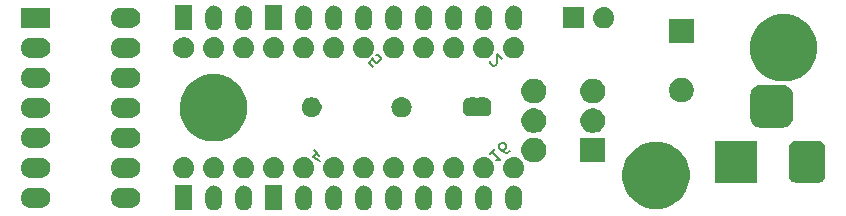
<source format=gbr>
G04 #@! TF.GenerationSoftware,KiCad,Pcbnew,(5.1.4)-1*
G04 #@! TF.CreationDate,2019-11-22T14:09:29+01:00*
G04 #@! TF.ProjectId,ArtNetNode1.3,4172744e-6574-44e6-9f64-65312e332e6b,rev?*
G04 #@! TF.SameCoordinates,Original*
G04 #@! TF.FileFunction,Soldermask,Bot*
G04 #@! TF.FilePolarity,Negative*
%FSLAX46Y46*%
G04 Gerber Fmt 4.6, Leading zero omitted, Abs format (unit mm)*
G04 Created by KiCad (PCBNEW (5.1.4)-1) date 2019-11-22 14:09:29*
%MOMM*%
%LPD*%
G04 APERTURE LIST*
%ADD10C,0.150000*%
%ADD11C,0.100000*%
G04 APERTURE END LIST*
D10*
X201178748Y-62118511D02*
X201178748Y-62185855D01*
X201212420Y-62286870D01*
X201380778Y-62455229D01*
X201481794Y-62488900D01*
X201549137Y-62488900D01*
X201650152Y-62455229D01*
X201717496Y-62387885D01*
X201784839Y-62253198D01*
X201784839Y-61445076D01*
X202222572Y-61882809D01*
X186746870Y-70096175D02*
X186275465Y-69624770D01*
X186847885Y-70533908D02*
X186174450Y-70197190D01*
X186612183Y-69759457D01*
X201582809Y-69557427D02*
X201178748Y-69961488D01*
X201380778Y-69759457D02*
X202087885Y-70466564D01*
X201919526Y-70432892D01*
X201784839Y-70432892D01*
X201683824Y-70466564D01*
X202896007Y-69658442D02*
X202761320Y-69793129D01*
X202660305Y-69826801D01*
X202592961Y-69826801D01*
X202424603Y-69793129D01*
X202256244Y-69692114D01*
X201986870Y-69422740D01*
X201953198Y-69321725D01*
X201953198Y-69254381D01*
X201986870Y-69153366D01*
X202121557Y-69018679D01*
X202222572Y-68985007D01*
X202289916Y-68985007D01*
X202390931Y-69018679D01*
X202559290Y-69187038D01*
X202592961Y-69288053D01*
X202592961Y-69355396D01*
X202559290Y-69456412D01*
X202424603Y-69591099D01*
X202323587Y-69624770D01*
X202256244Y-69624770D01*
X202155229Y-69591099D01*
X191321794Y-62556244D02*
X190985076Y-62219526D01*
X191288122Y-61849137D01*
X191288122Y-61916481D01*
X191321794Y-62017496D01*
X191490152Y-62185855D01*
X191591168Y-62219526D01*
X191658511Y-62219526D01*
X191759526Y-62185855D01*
X191927885Y-62017496D01*
X191961557Y-61916481D01*
X191961557Y-61849137D01*
X191927885Y-61748122D01*
X191759526Y-61579763D01*
X191658511Y-61546091D01*
X191591168Y-61546091D01*
D11*
G36*
X185567420Y-72619143D02*
G01*
X185699556Y-72659227D01*
X185699558Y-72659228D01*
X185821338Y-72724320D01*
X185821340Y-72724321D01*
X185821339Y-72724321D01*
X185928080Y-72811920D01*
X185935789Y-72821314D01*
X186015680Y-72918661D01*
X186031894Y-72948996D01*
X186080773Y-73040443D01*
X186120857Y-73172579D01*
X186131000Y-73275568D01*
X186131000Y-74044432D01*
X186120857Y-74147421D01*
X186085292Y-74264659D01*
X186080772Y-74279559D01*
X186015680Y-74401339D01*
X185928080Y-74508080D01*
X185821339Y-74595680D01*
X185802031Y-74606000D01*
X185699557Y-74660773D01*
X185567421Y-74700857D01*
X185430000Y-74714391D01*
X185292580Y-74700857D01*
X185160444Y-74660773D01*
X185057970Y-74606000D01*
X185038662Y-74595680D01*
X184931921Y-74508080D01*
X184844321Y-74401339D01*
X184779229Y-74279559D01*
X184774709Y-74264659D01*
X184739143Y-74147421D01*
X184729000Y-74044432D01*
X184729000Y-73275569D01*
X184739143Y-73172580D01*
X184779227Y-73040444D01*
X184779229Y-73040441D01*
X184844320Y-72918662D01*
X184860029Y-72899520D01*
X184931920Y-72811920D01*
X185038660Y-72724321D01*
X185038659Y-72724321D01*
X185038661Y-72724320D01*
X185160441Y-72659228D01*
X185160443Y-72659227D01*
X185292579Y-72619143D01*
X185430000Y-72605609D01*
X185567420Y-72619143D01*
X185567420Y-72619143D01*
G37*
G36*
X177947420Y-72619143D02*
G01*
X178079556Y-72659227D01*
X178079558Y-72659228D01*
X178201338Y-72724320D01*
X178201340Y-72724321D01*
X178201339Y-72724321D01*
X178308080Y-72811920D01*
X178315789Y-72821314D01*
X178395680Y-72918661D01*
X178411894Y-72948996D01*
X178460773Y-73040443D01*
X178500857Y-73172579D01*
X178511000Y-73275568D01*
X178511000Y-74044432D01*
X178500857Y-74147421D01*
X178465292Y-74264659D01*
X178460772Y-74279559D01*
X178395680Y-74401339D01*
X178308080Y-74508080D01*
X178201339Y-74595680D01*
X178182031Y-74606000D01*
X178079557Y-74660773D01*
X177947421Y-74700857D01*
X177810000Y-74714391D01*
X177672580Y-74700857D01*
X177540444Y-74660773D01*
X177437970Y-74606000D01*
X177418662Y-74595680D01*
X177311921Y-74508080D01*
X177224321Y-74401339D01*
X177159229Y-74279559D01*
X177154709Y-74264659D01*
X177119143Y-74147421D01*
X177109000Y-74044432D01*
X177109000Y-73275569D01*
X177119143Y-73172580D01*
X177159227Y-73040444D01*
X177159229Y-73040441D01*
X177224320Y-72918662D01*
X177240029Y-72899520D01*
X177311920Y-72811920D01*
X177418660Y-72724321D01*
X177418659Y-72724321D01*
X177418661Y-72724320D01*
X177540441Y-72659228D01*
X177540443Y-72659227D01*
X177672579Y-72619143D01*
X177810000Y-72605609D01*
X177947420Y-72619143D01*
X177947420Y-72619143D01*
G37*
G36*
X180487420Y-72619143D02*
G01*
X180619556Y-72659227D01*
X180619558Y-72659228D01*
X180741338Y-72724320D01*
X180741340Y-72724321D01*
X180741339Y-72724321D01*
X180848080Y-72811920D01*
X180855789Y-72821314D01*
X180935680Y-72918661D01*
X180951894Y-72948996D01*
X181000773Y-73040443D01*
X181040857Y-73172579D01*
X181051000Y-73275568D01*
X181051000Y-74044432D01*
X181040857Y-74147421D01*
X181005292Y-74264659D01*
X181000772Y-74279559D01*
X180935680Y-74401339D01*
X180848080Y-74508080D01*
X180741339Y-74595680D01*
X180722031Y-74606000D01*
X180619557Y-74660773D01*
X180487421Y-74700857D01*
X180350000Y-74714391D01*
X180212580Y-74700857D01*
X180080444Y-74660773D01*
X179977970Y-74606000D01*
X179958662Y-74595680D01*
X179851921Y-74508080D01*
X179764321Y-74401339D01*
X179699229Y-74279559D01*
X179694709Y-74264659D01*
X179659143Y-74147421D01*
X179649000Y-74044432D01*
X179649000Y-73275569D01*
X179659143Y-73172580D01*
X179699227Y-73040444D01*
X179699229Y-73040441D01*
X179764320Y-72918662D01*
X179780029Y-72899520D01*
X179851920Y-72811920D01*
X179958660Y-72724321D01*
X179958659Y-72724321D01*
X179958661Y-72724320D01*
X180080441Y-72659228D01*
X180080443Y-72659227D01*
X180212579Y-72619143D01*
X180350000Y-72605609D01*
X180487420Y-72619143D01*
X180487420Y-72619143D01*
G37*
G36*
X198267420Y-72619143D02*
G01*
X198399556Y-72659227D01*
X198399558Y-72659228D01*
X198521338Y-72724320D01*
X198521340Y-72724321D01*
X198521339Y-72724321D01*
X198628080Y-72811920D01*
X198635789Y-72821314D01*
X198715680Y-72918661D01*
X198731894Y-72948996D01*
X198780773Y-73040443D01*
X198820857Y-73172579D01*
X198831000Y-73275568D01*
X198831000Y-74044432D01*
X198820857Y-74147421D01*
X198785292Y-74264659D01*
X198780772Y-74279559D01*
X198715680Y-74401339D01*
X198628080Y-74508080D01*
X198521339Y-74595680D01*
X198502031Y-74606000D01*
X198399557Y-74660773D01*
X198267421Y-74700857D01*
X198130000Y-74714391D01*
X197992580Y-74700857D01*
X197860444Y-74660773D01*
X197757970Y-74606000D01*
X197738662Y-74595680D01*
X197631921Y-74508080D01*
X197544321Y-74401339D01*
X197479229Y-74279559D01*
X197474709Y-74264659D01*
X197439143Y-74147421D01*
X197429000Y-74044432D01*
X197429000Y-73275569D01*
X197439143Y-73172580D01*
X197479227Y-73040444D01*
X197479229Y-73040441D01*
X197544320Y-72918662D01*
X197560029Y-72899520D01*
X197631920Y-72811920D01*
X197738660Y-72724321D01*
X197738659Y-72724321D01*
X197738661Y-72724320D01*
X197860441Y-72659228D01*
X197860443Y-72659227D01*
X197992579Y-72619143D01*
X198130000Y-72605609D01*
X198267420Y-72619143D01*
X198267420Y-72619143D01*
G37*
G36*
X200807420Y-72619143D02*
G01*
X200939556Y-72659227D01*
X200939558Y-72659228D01*
X201061338Y-72724320D01*
X201061340Y-72724321D01*
X201061339Y-72724321D01*
X201168080Y-72811920D01*
X201175789Y-72821314D01*
X201255680Y-72918661D01*
X201271894Y-72948996D01*
X201320773Y-73040443D01*
X201360857Y-73172579D01*
X201371000Y-73275568D01*
X201371000Y-74044432D01*
X201360857Y-74147421D01*
X201325292Y-74264659D01*
X201320772Y-74279559D01*
X201255680Y-74401339D01*
X201168080Y-74508080D01*
X201061339Y-74595680D01*
X201042031Y-74606000D01*
X200939557Y-74660773D01*
X200807421Y-74700857D01*
X200670000Y-74714391D01*
X200532580Y-74700857D01*
X200400444Y-74660773D01*
X200297970Y-74606000D01*
X200278662Y-74595680D01*
X200171921Y-74508080D01*
X200084321Y-74401339D01*
X200019229Y-74279559D01*
X200014709Y-74264659D01*
X199979143Y-74147421D01*
X199969000Y-74044432D01*
X199969000Y-73275569D01*
X199979143Y-73172580D01*
X200019227Y-73040444D01*
X200019229Y-73040441D01*
X200084320Y-72918662D01*
X200100029Y-72899520D01*
X200171920Y-72811920D01*
X200278660Y-72724321D01*
X200278659Y-72724321D01*
X200278661Y-72724320D01*
X200400441Y-72659228D01*
X200400443Y-72659227D01*
X200532579Y-72619143D01*
X200670000Y-72605609D01*
X200807420Y-72619143D01*
X200807420Y-72619143D01*
G37*
G36*
X195727420Y-72619143D02*
G01*
X195859556Y-72659227D01*
X195859558Y-72659228D01*
X195981338Y-72724320D01*
X195981340Y-72724321D01*
X195981339Y-72724321D01*
X196088080Y-72811920D01*
X196095789Y-72821314D01*
X196175680Y-72918661D01*
X196191894Y-72948996D01*
X196240773Y-73040443D01*
X196280857Y-73172579D01*
X196291000Y-73275568D01*
X196291000Y-74044432D01*
X196280857Y-74147421D01*
X196245292Y-74264659D01*
X196240772Y-74279559D01*
X196175680Y-74401339D01*
X196088080Y-74508080D01*
X195981339Y-74595680D01*
X195962031Y-74606000D01*
X195859557Y-74660773D01*
X195727421Y-74700857D01*
X195590000Y-74714391D01*
X195452580Y-74700857D01*
X195320444Y-74660773D01*
X195217970Y-74606000D01*
X195198662Y-74595680D01*
X195091921Y-74508080D01*
X195004321Y-74401339D01*
X194939229Y-74279559D01*
X194934709Y-74264659D01*
X194899143Y-74147421D01*
X194889000Y-74044432D01*
X194889000Y-73275569D01*
X194899143Y-73172580D01*
X194939227Y-73040444D01*
X194939229Y-73040441D01*
X195004320Y-72918662D01*
X195020029Y-72899520D01*
X195091920Y-72811920D01*
X195198660Y-72724321D01*
X195198659Y-72724321D01*
X195198661Y-72724320D01*
X195320441Y-72659228D01*
X195320443Y-72659227D01*
X195452579Y-72619143D01*
X195590000Y-72605609D01*
X195727420Y-72619143D01*
X195727420Y-72619143D01*
G37*
G36*
X193187420Y-72619143D02*
G01*
X193319556Y-72659227D01*
X193319558Y-72659228D01*
X193441338Y-72724320D01*
X193441340Y-72724321D01*
X193441339Y-72724321D01*
X193548080Y-72811920D01*
X193555789Y-72821314D01*
X193635680Y-72918661D01*
X193651894Y-72948996D01*
X193700773Y-73040443D01*
X193740857Y-73172579D01*
X193751000Y-73275568D01*
X193751000Y-74044432D01*
X193740857Y-74147421D01*
X193705292Y-74264659D01*
X193700772Y-74279559D01*
X193635680Y-74401339D01*
X193548080Y-74508080D01*
X193441339Y-74595680D01*
X193422031Y-74606000D01*
X193319557Y-74660773D01*
X193187421Y-74700857D01*
X193050000Y-74714391D01*
X192912580Y-74700857D01*
X192780444Y-74660773D01*
X192677970Y-74606000D01*
X192658662Y-74595680D01*
X192551921Y-74508080D01*
X192464321Y-74401339D01*
X192399229Y-74279559D01*
X192394709Y-74264659D01*
X192359143Y-74147421D01*
X192349000Y-74044432D01*
X192349000Y-73275569D01*
X192359143Y-73172580D01*
X192399227Y-73040444D01*
X192399229Y-73040441D01*
X192464320Y-72918662D01*
X192480029Y-72899520D01*
X192551920Y-72811920D01*
X192658660Y-72724321D01*
X192658659Y-72724321D01*
X192658661Y-72724320D01*
X192780441Y-72659228D01*
X192780443Y-72659227D01*
X192912579Y-72619143D01*
X193050000Y-72605609D01*
X193187420Y-72619143D01*
X193187420Y-72619143D01*
G37*
G36*
X190647420Y-72619143D02*
G01*
X190779556Y-72659227D01*
X190779558Y-72659228D01*
X190901338Y-72724320D01*
X190901340Y-72724321D01*
X190901339Y-72724321D01*
X191008080Y-72811920D01*
X191015789Y-72821314D01*
X191095680Y-72918661D01*
X191111894Y-72948996D01*
X191160773Y-73040443D01*
X191200857Y-73172579D01*
X191211000Y-73275568D01*
X191211000Y-74044432D01*
X191200857Y-74147421D01*
X191165292Y-74264659D01*
X191160772Y-74279559D01*
X191095680Y-74401339D01*
X191008080Y-74508080D01*
X190901339Y-74595680D01*
X190882031Y-74606000D01*
X190779557Y-74660773D01*
X190647421Y-74700857D01*
X190510000Y-74714391D01*
X190372580Y-74700857D01*
X190240444Y-74660773D01*
X190137970Y-74606000D01*
X190118662Y-74595680D01*
X190011921Y-74508080D01*
X189924321Y-74401339D01*
X189859229Y-74279559D01*
X189854709Y-74264659D01*
X189819143Y-74147421D01*
X189809000Y-74044432D01*
X189809000Y-73275569D01*
X189819143Y-73172580D01*
X189859227Y-73040444D01*
X189859229Y-73040441D01*
X189924320Y-72918662D01*
X189940029Y-72899520D01*
X190011920Y-72811920D01*
X190118660Y-72724321D01*
X190118659Y-72724321D01*
X190118661Y-72724320D01*
X190240441Y-72659228D01*
X190240443Y-72659227D01*
X190372579Y-72619143D01*
X190510000Y-72605609D01*
X190647420Y-72619143D01*
X190647420Y-72619143D01*
G37*
G36*
X188107420Y-72619143D02*
G01*
X188239556Y-72659227D01*
X188239558Y-72659228D01*
X188361338Y-72724320D01*
X188361340Y-72724321D01*
X188361339Y-72724321D01*
X188468080Y-72811920D01*
X188475789Y-72821314D01*
X188555680Y-72918661D01*
X188571894Y-72948996D01*
X188620773Y-73040443D01*
X188660857Y-73172579D01*
X188671000Y-73275568D01*
X188671000Y-74044432D01*
X188660857Y-74147421D01*
X188625292Y-74264659D01*
X188620772Y-74279559D01*
X188555680Y-74401339D01*
X188468080Y-74508080D01*
X188361339Y-74595680D01*
X188342031Y-74606000D01*
X188239557Y-74660773D01*
X188107421Y-74700857D01*
X187970000Y-74714391D01*
X187832580Y-74700857D01*
X187700444Y-74660773D01*
X187597970Y-74606000D01*
X187578662Y-74595680D01*
X187471921Y-74508080D01*
X187384321Y-74401339D01*
X187319229Y-74279559D01*
X187314709Y-74264659D01*
X187279143Y-74147421D01*
X187269000Y-74044432D01*
X187269000Y-73275569D01*
X187279143Y-73172580D01*
X187319227Y-73040444D01*
X187319229Y-73040441D01*
X187384320Y-72918662D01*
X187400029Y-72899520D01*
X187471920Y-72811920D01*
X187578660Y-72724321D01*
X187578659Y-72724321D01*
X187578661Y-72724320D01*
X187700441Y-72659228D01*
X187700443Y-72659227D01*
X187832579Y-72619143D01*
X187970000Y-72605609D01*
X188107420Y-72619143D01*
X188107420Y-72619143D01*
G37*
G36*
X203347420Y-72619143D02*
G01*
X203479556Y-72659227D01*
X203479558Y-72659228D01*
X203601338Y-72724320D01*
X203601340Y-72724321D01*
X203601339Y-72724321D01*
X203708080Y-72811920D01*
X203715789Y-72821314D01*
X203795680Y-72918661D01*
X203811894Y-72948996D01*
X203860773Y-73040443D01*
X203900857Y-73172579D01*
X203911000Y-73275568D01*
X203911000Y-74044432D01*
X203900857Y-74147421D01*
X203865292Y-74264659D01*
X203860772Y-74279559D01*
X203795680Y-74401339D01*
X203708080Y-74508080D01*
X203601339Y-74595680D01*
X203582031Y-74606000D01*
X203479557Y-74660773D01*
X203347421Y-74700857D01*
X203210000Y-74714391D01*
X203072580Y-74700857D01*
X202940444Y-74660773D01*
X202837970Y-74606000D01*
X202818662Y-74595680D01*
X202711921Y-74508080D01*
X202624321Y-74401339D01*
X202559229Y-74279559D01*
X202554709Y-74264659D01*
X202519143Y-74147421D01*
X202509000Y-74044432D01*
X202509000Y-73275569D01*
X202519143Y-73172580D01*
X202559227Y-73040444D01*
X202559229Y-73040441D01*
X202624320Y-72918662D01*
X202640029Y-72899520D01*
X202711920Y-72811920D01*
X202818660Y-72724321D01*
X202818659Y-72724321D01*
X202818661Y-72724320D01*
X202940441Y-72659228D01*
X202940443Y-72659227D01*
X203072579Y-72619143D01*
X203210000Y-72605609D01*
X203347420Y-72619143D01*
X203347420Y-72619143D01*
G37*
G36*
X183591000Y-74711000D02*
G01*
X182189000Y-74711000D01*
X182189000Y-72609000D01*
X183591000Y-72609000D01*
X183591000Y-74711000D01*
X183591000Y-74711000D01*
G37*
G36*
X175971000Y-74711000D02*
G01*
X174569000Y-74711000D01*
X174569000Y-72609000D01*
X175971000Y-72609000D01*
X175971000Y-74711000D01*
X175971000Y-74711000D01*
G37*
G36*
X215684876Y-68931664D02*
G01*
X216096606Y-69013562D01*
X216615455Y-69228476D01*
X216900125Y-69418687D01*
X217066927Y-69530140D01*
X217082407Y-69540484D01*
X217479516Y-69937593D01*
X217791524Y-70404545D01*
X217952328Y-70792761D01*
X218006438Y-70923395D01*
X218114462Y-71466466D01*
X218116000Y-71474201D01*
X218116000Y-72035799D01*
X218006438Y-72586606D01*
X217791524Y-73105455D01*
X217541579Y-73479524D01*
X217479517Y-73572406D01*
X217082406Y-73969517D01*
X216989524Y-74031579D01*
X216615455Y-74281524D01*
X216096606Y-74496438D01*
X215545800Y-74606000D01*
X214984200Y-74606000D01*
X214433394Y-74496438D01*
X213914545Y-74281524D01*
X213540476Y-74031579D01*
X213447594Y-73969517D01*
X213050483Y-73572406D01*
X212988421Y-73479524D01*
X212738476Y-73105455D01*
X212523562Y-72586606D01*
X212414000Y-72035799D01*
X212414000Y-71474201D01*
X212415539Y-71466466D01*
X212523562Y-70923395D01*
X212577672Y-70792761D01*
X212738476Y-70404545D01*
X213050484Y-69937593D01*
X213447593Y-69540484D01*
X213463074Y-69530140D01*
X213629875Y-69418687D01*
X213914545Y-69228476D01*
X214433394Y-69013562D01*
X214845124Y-68931664D01*
X214984200Y-68904000D01*
X215545800Y-68904000D01*
X215684876Y-68931664D01*
X215684876Y-68931664D01*
G37*
G36*
X170912623Y-72821313D02*
G01*
X171073042Y-72869976D01*
X171164123Y-72918660D01*
X171220878Y-72948996D01*
X171350459Y-73055341D01*
X171456804Y-73184922D01*
X171456805Y-73184924D01*
X171535824Y-73332758D01*
X171584487Y-73493177D01*
X171600917Y-73660000D01*
X171584487Y-73826823D01*
X171535824Y-73987242D01*
X171505257Y-74044429D01*
X171456804Y-74135078D01*
X171350459Y-74264659D01*
X171220878Y-74371004D01*
X171220876Y-74371005D01*
X171073042Y-74450024D01*
X170912623Y-74498687D01*
X170787604Y-74511000D01*
X169903996Y-74511000D01*
X169778977Y-74498687D01*
X169618558Y-74450024D01*
X169470724Y-74371005D01*
X169470722Y-74371004D01*
X169341141Y-74264659D01*
X169234796Y-74135078D01*
X169186343Y-74044429D01*
X169155776Y-73987242D01*
X169107113Y-73826823D01*
X169090683Y-73660000D01*
X169107113Y-73493177D01*
X169155776Y-73332758D01*
X169234795Y-73184924D01*
X169234796Y-73184922D01*
X169341141Y-73055341D01*
X169470722Y-72948996D01*
X169527477Y-72918660D01*
X169618558Y-72869976D01*
X169778977Y-72821313D01*
X169903996Y-72809000D01*
X170787604Y-72809000D01*
X170912623Y-72821313D01*
X170912623Y-72821313D01*
G37*
G36*
X163292623Y-72821313D02*
G01*
X163453042Y-72869976D01*
X163544123Y-72918660D01*
X163600878Y-72948996D01*
X163730459Y-73055341D01*
X163836804Y-73184922D01*
X163836805Y-73184924D01*
X163915824Y-73332758D01*
X163964487Y-73493177D01*
X163980917Y-73660000D01*
X163964487Y-73826823D01*
X163915824Y-73987242D01*
X163885257Y-74044429D01*
X163836804Y-74135078D01*
X163730459Y-74264659D01*
X163600878Y-74371004D01*
X163600876Y-74371005D01*
X163453042Y-74450024D01*
X163292623Y-74498687D01*
X163167604Y-74511000D01*
X162283996Y-74511000D01*
X162158977Y-74498687D01*
X161998558Y-74450024D01*
X161850724Y-74371005D01*
X161850722Y-74371004D01*
X161721141Y-74264659D01*
X161614796Y-74135078D01*
X161566343Y-74044429D01*
X161535776Y-73987242D01*
X161487113Y-73826823D01*
X161470683Y-73660000D01*
X161487113Y-73493177D01*
X161535776Y-73332758D01*
X161614795Y-73184924D01*
X161614796Y-73184922D01*
X161721141Y-73055341D01*
X161850722Y-72948996D01*
X161907477Y-72918660D01*
X161998558Y-72869976D01*
X162158977Y-72821313D01*
X162283996Y-72809000D01*
X163167604Y-72809000D01*
X163292623Y-72821313D01*
X163292623Y-72821313D01*
G37*
G36*
X229020979Y-68825293D02*
G01*
X229154625Y-68865834D01*
X229277784Y-68931664D01*
X229385740Y-69020260D01*
X229474336Y-69128216D01*
X229540166Y-69251375D01*
X229580707Y-69385021D01*
X229595000Y-69530140D01*
X229595000Y-71693860D01*
X229580707Y-71838979D01*
X229540166Y-71972625D01*
X229474336Y-72095784D01*
X229385740Y-72203740D01*
X229277784Y-72292336D01*
X229154625Y-72358166D01*
X229020979Y-72398707D01*
X228875860Y-72413000D01*
X227212140Y-72413000D01*
X227067021Y-72398707D01*
X226933375Y-72358166D01*
X226810216Y-72292336D01*
X226702260Y-72203740D01*
X226613664Y-72095784D01*
X226547834Y-71972625D01*
X226507293Y-71838979D01*
X226493000Y-71693860D01*
X226493000Y-69530140D01*
X226507293Y-69385021D01*
X226547834Y-69251375D01*
X226613664Y-69128216D01*
X226702260Y-69020260D01*
X226810216Y-68931664D01*
X226933375Y-68865834D01*
X227067021Y-68825293D01*
X227212140Y-68811000D01*
X228875860Y-68811000D01*
X229020979Y-68825293D01*
X229020979Y-68825293D01*
G37*
G36*
X223845000Y-72413000D02*
G01*
X220243000Y-72413000D01*
X220243000Y-68811000D01*
X223845000Y-68811000D01*
X223845000Y-72413000D01*
X223845000Y-72413000D01*
G37*
G36*
X190610442Y-70225518D02*
G01*
X190676627Y-70232037D01*
X190846466Y-70283557D01*
X190846468Y-70283558D01*
X190924729Y-70325390D01*
X191002991Y-70367222D01*
X191038729Y-70396552D01*
X191140186Y-70479814D01*
X191223448Y-70581271D01*
X191252778Y-70617009D01*
X191336443Y-70773534D01*
X191387963Y-70943373D01*
X191405359Y-71120000D01*
X191387963Y-71296627D01*
X191336443Y-71466466D01*
X191252778Y-71622991D01*
X191223448Y-71658729D01*
X191140186Y-71760186D01*
X191044175Y-71838979D01*
X191002991Y-71872778D01*
X190846466Y-71956443D01*
X190676627Y-72007963D01*
X190610443Y-72014481D01*
X190544260Y-72021000D01*
X190455740Y-72021000D01*
X190389557Y-72014481D01*
X190323373Y-72007963D01*
X190153534Y-71956443D01*
X189997009Y-71872778D01*
X189955825Y-71838979D01*
X189859814Y-71760186D01*
X189776552Y-71658729D01*
X189747222Y-71622991D01*
X189663557Y-71466466D01*
X189612037Y-71296627D01*
X189594641Y-71120000D01*
X189612037Y-70943373D01*
X189663557Y-70773534D01*
X189747222Y-70617009D01*
X189776552Y-70581271D01*
X189859814Y-70479814D01*
X189961271Y-70396552D01*
X189997009Y-70367222D01*
X190075271Y-70325390D01*
X190153532Y-70283558D01*
X190153534Y-70283557D01*
X190323373Y-70232037D01*
X190389558Y-70225518D01*
X190455740Y-70219000D01*
X190544260Y-70219000D01*
X190610442Y-70225518D01*
X190610442Y-70225518D01*
G37*
G36*
X200770442Y-70225518D02*
G01*
X200836627Y-70232037D01*
X201006466Y-70283557D01*
X201006468Y-70283558D01*
X201084729Y-70325390D01*
X201162991Y-70367222D01*
X201198729Y-70396552D01*
X201300186Y-70479814D01*
X201383448Y-70581271D01*
X201412778Y-70617009D01*
X201496443Y-70773534D01*
X201547963Y-70943373D01*
X201565359Y-71120000D01*
X201547963Y-71296627D01*
X201496443Y-71466466D01*
X201412778Y-71622991D01*
X201383448Y-71658729D01*
X201300186Y-71760186D01*
X201204175Y-71838979D01*
X201162991Y-71872778D01*
X201006466Y-71956443D01*
X200836627Y-72007963D01*
X200770443Y-72014481D01*
X200704260Y-72021000D01*
X200615740Y-72021000D01*
X200549557Y-72014481D01*
X200483373Y-72007963D01*
X200313534Y-71956443D01*
X200157009Y-71872778D01*
X200115825Y-71838979D01*
X200019814Y-71760186D01*
X199936552Y-71658729D01*
X199907222Y-71622991D01*
X199823557Y-71466466D01*
X199772037Y-71296627D01*
X199754641Y-71120000D01*
X199772037Y-70943373D01*
X199823557Y-70773534D01*
X199907222Y-70617009D01*
X199936552Y-70581271D01*
X200019814Y-70479814D01*
X200121271Y-70396552D01*
X200157009Y-70367222D01*
X200235271Y-70325390D01*
X200313532Y-70283558D01*
X200313534Y-70283557D01*
X200483373Y-70232037D01*
X200549558Y-70225518D01*
X200615740Y-70219000D01*
X200704260Y-70219000D01*
X200770442Y-70225518D01*
X200770442Y-70225518D01*
G37*
G36*
X198230442Y-70225518D02*
G01*
X198296627Y-70232037D01*
X198466466Y-70283557D01*
X198466468Y-70283558D01*
X198544729Y-70325390D01*
X198622991Y-70367222D01*
X198658729Y-70396552D01*
X198760186Y-70479814D01*
X198843448Y-70581271D01*
X198872778Y-70617009D01*
X198956443Y-70773534D01*
X199007963Y-70943373D01*
X199025359Y-71120000D01*
X199007963Y-71296627D01*
X198956443Y-71466466D01*
X198872778Y-71622991D01*
X198843448Y-71658729D01*
X198760186Y-71760186D01*
X198664175Y-71838979D01*
X198622991Y-71872778D01*
X198466466Y-71956443D01*
X198296627Y-72007963D01*
X198230443Y-72014481D01*
X198164260Y-72021000D01*
X198075740Y-72021000D01*
X198009557Y-72014481D01*
X197943373Y-72007963D01*
X197773534Y-71956443D01*
X197617009Y-71872778D01*
X197575825Y-71838979D01*
X197479814Y-71760186D01*
X197396552Y-71658729D01*
X197367222Y-71622991D01*
X197283557Y-71466466D01*
X197232037Y-71296627D01*
X197214641Y-71120000D01*
X197232037Y-70943373D01*
X197283557Y-70773534D01*
X197367222Y-70617009D01*
X197396552Y-70581271D01*
X197479814Y-70479814D01*
X197581271Y-70396552D01*
X197617009Y-70367222D01*
X197695271Y-70325390D01*
X197773532Y-70283558D01*
X197773534Y-70283557D01*
X197943373Y-70232037D01*
X198009558Y-70225518D01*
X198075740Y-70219000D01*
X198164260Y-70219000D01*
X198230442Y-70225518D01*
X198230442Y-70225518D01*
G37*
G36*
X195690442Y-70225518D02*
G01*
X195756627Y-70232037D01*
X195926466Y-70283557D01*
X195926468Y-70283558D01*
X196004729Y-70325390D01*
X196082991Y-70367222D01*
X196118729Y-70396552D01*
X196220186Y-70479814D01*
X196303448Y-70581271D01*
X196332778Y-70617009D01*
X196416443Y-70773534D01*
X196467963Y-70943373D01*
X196485359Y-71120000D01*
X196467963Y-71296627D01*
X196416443Y-71466466D01*
X196332778Y-71622991D01*
X196303448Y-71658729D01*
X196220186Y-71760186D01*
X196124175Y-71838979D01*
X196082991Y-71872778D01*
X195926466Y-71956443D01*
X195756627Y-72007963D01*
X195690443Y-72014481D01*
X195624260Y-72021000D01*
X195535740Y-72021000D01*
X195469557Y-72014481D01*
X195403373Y-72007963D01*
X195233534Y-71956443D01*
X195077009Y-71872778D01*
X195035825Y-71838979D01*
X194939814Y-71760186D01*
X194856552Y-71658729D01*
X194827222Y-71622991D01*
X194743557Y-71466466D01*
X194692037Y-71296627D01*
X194674641Y-71120000D01*
X194692037Y-70943373D01*
X194743557Y-70773534D01*
X194827222Y-70617009D01*
X194856552Y-70581271D01*
X194939814Y-70479814D01*
X195041271Y-70396552D01*
X195077009Y-70367222D01*
X195155271Y-70325390D01*
X195233532Y-70283558D01*
X195233534Y-70283557D01*
X195403373Y-70232037D01*
X195469558Y-70225518D01*
X195535740Y-70219000D01*
X195624260Y-70219000D01*
X195690442Y-70225518D01*
X195690442Y-70225518D01*
G37*
G36*
X193150442Y-70225518D02*
G01*
X193216627Y-70232037D01*
X193386466Y-70283557D01*
X193386468Y-70283558D01*
X193464729Y-70325390D01*
X193542991Y-70367222D01*
X193578729Y-70396552D01*
X193680186Y-70479814D01*
X193763448Y-70581271D01*
X193792778Y-70617009D01*
X193876443Y-70773534D01*
X193927963Y-70943373D01*
X193945359Y-71120000D01*
X193927963Y-71296627D01*
X193876443Y-71466466D01*
X193792778Y-71622991D01*
X193763448Y-71658729D01*
X193680186Y-71760186D01*
X193584175Y-71838979D01*
X193542991Y-71872778D01*
X193386466Y-71956443D01*
X193216627Y-72007963D01*
X193150443Y-72014481D01*
X193084260Y-72021000D01*
X192995740Y-72021000D01*
X192929557Y-72014481D01*
X192863373Y-72007963D01*
X192693534Y-71956443D01*
X192537009Y-71872778D01*
X192495825Y-71838979D01*
X192399814Y-71760186D01*
X192316552Y-71658729D01*
X192287222Y-71622991D01*
X192203557Y-71466466D01*
X192152037Y-71296627D01*
X192134641Y-71120000D01*
X192152037Y-70943373D01*
X192203557Y-70773534D01*
X192287222Y-70617009D01*
X192316552Y-70581271D01*
X192399814Y-70479814D01*
X192501271Y-70396552D01*
X192537009Y-70367222D01*
X192615271Y-70325390D01*
X192693532Y-70283558D01*
X192693534Y-70283557D01*
X192863373Y-70232037D01*
X192929558Y-70225518D01*
X192995740Y-70219000D01*
X193084260Y-70219000D01*
X193150442Y-70225518D01*
X193150442Y-70225518D01*
G37*
G36*
X188070442Y-70225518D02*
G01*
X188136627Y-70232037D01*
X188306466Y-70283557D01*
X188306468Y-70283558D01*
X188384729Y-70325390D01*
X188462991Y-70367222D01*
X188498729Y-70396552D01*
X188600186Y-70479814D01*
X188683448Y-70581271D01*
X188712778Y-70617009D01*
X188796443Y-70773534D01*
X188847963Y-70943373D01*
X188865359Y-71120000D01*
X188847963Y-71296627D01*
X188796443Y-71466466D01*
X188712778Y-71622991D01*
X188683448Y-71658729D01*
X188600186Y-71760186D01*
X188504175Y-71838979D01*
X188462991Y-71872778D01*
X188306466Y-71956443D01*
X188136627Y-72007963D01*
X188070443Y-72014481D01*
X188004260Y-72021000D01*
X187915740Y-72021000D01*
X187849557Y-72014481D01*
X187783373Y-72007963D01*
X187613534Y-71956443D01*
X187457009Y-71872778D01*
X187415825Y-71838979D01*
X187319814Y-71760186D01*
X187236552Y-71658729D01*
X187207222Y-71622991D01*
X187123557Y-71466466D01*
X187072037Y-71296627D01*
X187054641Y-71120000D01*
X187072037Y-70943373D01*
X187123557Y-70773534D01*
X187207222Y-70617009D01*
X187236552Y-70581271D01*
X187319814Y-70479814D01*
X187421271Y-70396552D01*
X187457009Y-70367222D01*
X187535271Y-70325390D01*
X187613532Y-70283558D01*
X187613534Y-70283557D01*
X187783373Y-70232037D01*
X187849558Y-70225518D01*
X187915740Y-70219000D01*
X188004260Y-70219000D01*
X188070442Y-70225518D01*
X188070442Y-70225518D01*
G37*
G36*
X177910442Y-70225518D02*
G01*
X177976627Y-70232037D01*
X178146466Y-70283557D01*
X178146468Y-70283558D01*
X178224729Y-70325390D01*
X178302991Y-70367222D01*
X178338729Y-70396552D01*
X178440186Y-70479814D01*
X178523448Y-70581271D01*
X178552778Y-70617009D01*
X178636443Y-70773534D01*
X178687963Y-70943373D01*
X178705359Y-71120000D01*
X178687963Y-71296627D01*
X178636443Y-71466466D01*
X178552778Y-71622991D01*
X178523448Y-71658729D01*
X178440186Y-71760186D01*
X178344175Y-71838979D01*
X178302991Y-71872778D01*
X178146466Y-71956443D01*
X177976627Y-72007963D01*
X177910443Y-72014481D01*
X177844260Y-72021000D01*
X177755740Y-72021000D01*
X177689557Y-72014481D01*
X177623373Y-72007963D01*
X177453534Y-71956443D01*
X177297009Y-71872778D01*
X177255825Y-71838979D01*
X177159814Y-71760186D01*
X177076552Y-71658729D01*
X177047222Y-71622991D01*
X176963557Y-71466466D01*
X176912037Y-71296627D01*
X176894641Y-71120000D01*
X176912037Y-70943373D01*
X176963557Y-70773534D01*
X177047222Y-70617009D01*
X177076552Y-70581271D01*
X177159814Y-70479814D01*
X177261271Y-70396552D01*
X177297009Y-70367222D01*
X177375271Y-70325390D01*
X177453532Y-70283558D01*
X177453534Y-70283557D01*
X177623373Y-70232037D01*
X177689558Y-70225518D01*
X177755740Y-70219000D01*
X177844260Y-70219000D01*
X177910442Y-70225518D01*
X177910442Y-70225518D01*
G37*
G36*
X203310442Y-70225518D02*
G01*
X203376627Y-70232037D01*
X203546466Y-70283557D01*
X203546468Y-70283558D01*
X203624729Y-70325390D01*
X203702991Y-70367222D01*
X203738729Y-70396552D01*
X203840186Y-70479814D01*
X203923448Y-70581271D01*
X203952778Y-70617009D01*
X204036443Y-70773534D01*
X204087963Y-70943373D01*
X204105359Y-71120000D01*
X204087963Y-71296627D01*
X204036443Y-71466466D01*
X203952778Y-71622991D01*
X203923448Y-71658729D01*
X203840186Y-71760186D01*
X203744175Y-71838979D01*
X203702991Y-71872778D01*
X203546466Y-71956443D01*
X203376627Y-72007963D01*
X203310443Y-72014481D01*
X203244260Y-72021000D01*
X203155740Y-72021000D01*
X203089557Y-72014481D01*
X203023373Y-72007963D01*
X202853534Y-71956443D01*
X202697009Y-71872778D01*
X202655825Y-71838979D01*
X202559814Y-71760186D01*
X202476552Y-71658729D01*
X202447222Y-71622991D01*
X202363557Y-71466466D01*
X202312037Y-71296627D01*
X202294641Y-71120000D01*
X202312037Y-70943373D01*
X202363557Y-70773534D01*
X202447222Y-70617009D01*
X202476552Y-70581271D01*
X202559814Y-70479814D01*
X202661271Y-70396552D01*
X202697009Y-70367222D01*
X202775271Y-70325390D01*
X202853532Y-70283558D01*
X202853534Y-70283557D01*
X203023373Y-70232037D01*
X203089558Y-70225518D01*
X203155740Y-70219000D01*
X203244260Y-70219000D01*
X203310442Y-70225518D01*
X203310442Y-70225518D01*
G37*
G36*
X182990442Y-70225518D02*
G01*
X183056627Y-70232037D01*
X183226466Y-70283557D01*
X183226468Y-70283558D01*
X183304729Y-70325390D01*
X183382991Y-70367222D01*
X183418729Y-70396552D01*
X183520186Y-70479814D01*
X183603448Y-70581271D01*
X183632778Y-70617009D01*
X183716443Y-70773534D01*
X183767963Y-70943373D01*
X183785359Y-71120000D01*
X183767963Y-71296627D01*
X183716443Y-71466466D01*
X183632778Y-71622991D01*
X183603448Y-71658729D01*
X183520186Y-71760186D01*
X183424175Y-71838979D01*
X183382991Y-71872778D01*
X183226466Y-71956443D01*
X183056627Y-72007963D01*
X182990443Y-72014481D01*
X182924260Y-72021000D01*
X182835740Y-72021000D01*
X182769557Y-72014481D01*
X182703373Y-72007963D01*
X182533534Y-71956443D01*
X182377009Y-71872778D01*
X182335825Y-71838979D01*
X182239814Y-71760186D01*
X182156552Y-71658729D01*
X182127222Y-71622991D01*
X182043557Y-71466466D01*
X181992037Y-71296627D01*
X181974641Y-71120000D01*
X181992037Y-70943373D01*
X182043557Y-70773534D01*
X182127222Y-70617009D01*
X182156552Y-70581271D01*
X182239814Y-70479814D01*
X182341271Y-70396552D01*
X182377009Y-70367222D01*
X182455271Y-70325390D01*
X182533532Y-70283558D01*
X182533534Y-70283557D01*
X182703373Y-70232037D01*
X182769558Y-70225518D01*
X182835740Y-70219000D01*
X182924260Y-70219000D01*
X182990442Y-70225518D01*
X182990442Y-70225518D01*
G37*
G36*
X185530442Y-70225518D02*
G01*
X185596627Y-70232037D01*
X185766466Y-70283557D01*
X185766468Y-70283558D01*
X185844729Y-70325390D01*
X185922991Y-70367222D01*
X185958729Y-70396552D01*
X186060186Y-70479814D01*
X186143448Y-70581271D01*
X186172778Y-70617009D01*
X186256443Y-70773534D01*
X186307963Y-70943373D01*
X186325359Y-71120000D01*
X186307963Y-71296627D01*
X186256443Y-71466466D01*
X186172778Y-71622991D01*
X186143448Y-71658729D01*
X186060186Y-71760186D01*
X185964175Y-71838979D01*
X185922991Y-71872778D01*
X185766466Y-71956443D01*
X185596627Y-72007963D01*
X185530443Y-72014481D01*
X185464260Y-72021000D01*
X185375740Y-72021000D01*
X185309557Y-72014481D01*
X185243373Y-72007963D01*
X185073534Y-71956443D01*
X184917009Y-71872778D01*
X184875825Y-71838979D01*
X184779814Y-71760186D01*
X184696552Y-71658729D01*
X184667222Y-71622991D01*
X184583557Y-71466466D01*
X184532037Y-71296627D01*
X184514641Y-71120000D01*
X184532037Y-70943373D01*
X184583557Y-70773534D01*
X184667222Y-70617009D01*
X184696552Y-70581271D01*
X184779814Y-70479814D01*
X184881271Y-70396552D01*
X184917009Y-70367222D01*
X184995271Y-70325390D01*
X185073532Y-70283558D01*
X185073534Y-70283557D01*
X185243373Y-70232037D01*
X185309558Y-70225518D01*
X185375740Y-70219000D01*
X185464260Y-70219000D01*
X185530442Y-70225518D01*
X185530442Y-70225518D01*
G37*
G36*
X180450442Y-70225518D02*
G01*
X180516627Y-70232037D01*
X180686466Y-70283557D01*
X180686468Y-70283558D01*
X180764729Y-70325390D01*
X180842991Y-70367222D01*
X180878729Y-70396552D01*
X180980186Y-70479814D01*
X181063448Y-70581271D01*
X181092778Y-70617009D01*
X181176443Y-70773534D01*
X181227963Y-70943373D01*
X181245359Y-71120000D01*
X181227963Y-71296627D01*
X181176443Y-71466466D01*
X181092778Y-71622991D01*
X181063448Y-71658729D01*
X180980186Y-71760186D01*
X180884175Y-71838979D01*
X180842991Y-71872778D01*
X180686466Y-71956443D01*
X180516627Y-72007963D01*
X180450443Y-72014481D01*
X180384260Y-72021000D01*
X180295740Y-72021000D01*
X180229557Y-72014481D01*
X180163373Y-72007963D01*
X179993534Y-71956443D01*
X179837009Y-71872778D01*
X179795825Y-71838979D01*
X179699814Y-71760186D01*
X179616552Y-71658729D01*
X179587222Y-71622991D01*
X179503557Y-71466466D01*
X179452037Y-71296627D01*
X179434641Y-71120000D01*
X179452037Y-70943373D01*
X179503557Y-70773534D01*
X179587222Y-70617009D01*
X179616552Y-70581271D01*
X179699814Y-70479814D01*
X179801271Y-70396552D01*
X179837009Y-70367222D01*
X179915271Y-70325390D01*
X179993532Y-70283558D01*
X179993534Y-70283557D01*
X180163373Y-70232037D01*
X180229558Y-70225518D01*
X180295740Y-70219000D01*
X180384260Y-70219000D01*
X180450442Y-70225518D01*
X180450442Y-70225518D01*
G37*
G36*
X175370442Y-70225518D02*
G01*
X175436627Y-70232037D01*
X175606466Y-70283557D01*
X175606468Y-70283558D01*
X175684729Y-70325390D01*
X175762991Y-70367222D01*
X175798729Y-70396552D01*
X175900186Y-70479814D01*
X175983448Y-70581271D01*
X176012778Y-70617009D01*
X176096443Y-70773534D01*
X176147963Y-70943373D01*
X176165359Y-71120000D01*
X176147963Y-71296627D01*
X176096443Y-71466466D01*
X176012778Y-71622991D01*
X175983448Y-71658729D01*
X175900186Y-71760186D01*
X175804175Y-71838979D01*
X175762991Y-71872778D01*
X175606466Y-71956443D01*
X175436627Y-72007963D01*
X175370443Y-72014481D01*
X175304260Y-72021000D01*
X175215740Y-72021000D01*
X175149557Y-72014481D01*
X175083373Y-72007963D01*
X174913534Y-71956443D01*
X174757009Y-71872778D01*
X174715825Y-71838979D01*
X174619814Y-71760186D01*
X174536552Y-71658729D01*
X174507222Y-71622991D01*
X174423557Y-71466466D01*
X174372037Y-71296627D01*
X174354641Y-71120000D01*
X174372037Y-70943373D01*
X174423557Y-70773534D01*
X174507222Y-70617009D01*
X174536552Y-70581271D01*
X174619814Y-70479814D01*
X174721271Y-70396552D01*
X174757009Y-70367222D01*
X174835271Y-70325390D01*
X174913532Y-70283558D01*
X174913534Y-70283557D01*
X175083373Y-70232037D01*
X175149558Y-70225518D01*
X175215740Y-70219000D01*
X175304260Y-70219000D01*
X175370442Y-70225518D01*
X175370442Y-70225518D01*
G37*
G36*
X163292623Y-70281313D02*
G01*
X163453042Y-70329976D01*
X163522722Y-70367221D01*
X163600878Y-70408996D01*
X163730459Y-70515341D01*
X163836804Y-70644922D01*
X163836805Y-70644924D01*
X163915824Y-70792758D01*
X163964487Y-70953177D01*
X163980917Y-71120000D01*
X163964487Y-71286823D01*
X163915824Y-71447242D01*
X163901414Y-71474201D01*
X163836804Y-71595078D01*
X163730459Y-71724659D01*
X163600878Y-71831004D01*
X163600876Y-71831005D01*
X163453042Y-71910024D01*
X163292623Y-71958687D01*
X163167604Y-71971000D01*
X162283996Y-71971000D01*
X162158977Y-71958687D01*
X161998558Y-71910024D01*
X161850724Y-71831005D01*
X161850722Y-71831004D01*
X161721141Y-71724659D01*
X161614796Y-71595078D01*
X161550186Y-71474201D01*
X161535776Y-71447242D01*
X161487113Y-71286823D01*
X161470683Y-71120000D01*
X161487113Y-70953177D01*
X161535776Y-70792758D01*
X161614795Y-70644924D01*
X161614796Y-70644922D01*
X161721141Y-70515341D01*
X161850722Y-70408996D01*
X161928878Y-70367221D01*
X161998558Y-70329976D01*
X162158977Y-70281313D01*
X162283996Y-70269000D01*
X163167604Y-70269000D01*
X163292623Y-70281313D01*
X163292623Y-70281313D01*
G37*
G36*
X170912623Y-70281313D02*
G01*
X171073042Y-70329976D01*
X171142722Y-70367221D01*
X171220878Y-70408996D01*
X171350459Y-70515341D01*
X171456804Y-70644922D01*
X171456805Y-70644924D01*
X171535824Y-70792758D01*
X171584487Y-70953177D01*
X171600917Y-71120000D01*
X171584487Y-71286823D01*
X171535824Y-71447242D01*
X171521414Y-71474201D01*
X171456804Y-71595078D01*
X171350459Y-71724659D01*
X171220878Y-71831004D01*
X171220876Y-71831005D01*
X171073042Y-71910024D01*
X170912623Y-71958687D01*
X170787604Y-71971000D01*
X169903996Y-71971000D01*
X169778977Y-71958687D01*
X169618558Y-71910024D01*
X169470724Y-71831005D01*
X169470722Y-71831004D01*
X169341141Y-71724659D01*
X169234796Y-71595078D01*
X169170186Y-71474201D01*
X169155776Y-71447242D01*
X169107113Y-71286823D01*
X169090683Y-71120000D01*
X169107113Y-70953177D01*
X169155776Y-70792758D01*
X169234795Y-70644924D01*
X169234796Y-70644922D01*
X169341141Y-70515341D01*
X169470722Y-70408996D01*
X169548878Y-70367221D01*
X169618558Y-70329976D01*
X169778977Y-70281313D01*
X169903996Y-70269000D01*
X170787604Y-70269000D01*
X170912623Y-70281313D01*
X170912623Y-70281313D01*
G37*
G36*
X205206564Y-68609389D02*
G01*
X205397833Y-68688615D01*
X205397835Y-68688616D01*
X205569973Y-68803635D01*
X205716365Y-68950027D01*
X205786557Y-69055076D01*
X205831385Y-69122167D01*
X205910611Y-69313436D01*
X205951000Y-69516484D01*
X205951000Y-69723516D01*
X205910611Y-69926564D01*
X205906042Y-69937594D01*
X205831384Y-70117835D01*
X205716365Y-70289973D01*
X205569973Y-70436365D01*
X205397835Y-70551384D01*
X205397834Y-70551385D01*
X205397833Y-70551385D01*
X205206564Y-70630611D01*
X205003516Y-70671000D01*
X204796484Y-70671000D01*
X204593436Y-70630611D01*
X204402167Y-70551385D01*
X204402166Y-70551385D01*
X204402165Y-70551384D01*
X204230027Y-70436365D01*
X204083635Y-70289973D01*
X203968616Y-70117835D01*
X203893958Y-69937594D01*
X203889389Y-69926564D01*
X203849000Y-69723516D01*
X203849000Y-69516484D01*
X203889389Y-69313436D01*
X203968615Y-69122167D01*
X204013444Y-69055076D01*
X204083635Y-68950027D01*
X204230027Y-68803635D01*
X204402165Y-68688616D01*
X204402167Y-68688615D01*
X204593436Y-68609389D01*
X204796484Y-68569000D01*
X205003516Y-68569000D01*
X205206564Y-68609389D01*
X205206564Y-68609389D01*
G37*
G36*
X210951000Y-70671000D02*
G01*
X208849000Y-70671000D01*
X208849000Y-68569000D01*
X210951000Y-68569000D01*
X210951000Y-70671000D01*
X210951000Y-70671000D01*
G37*
G36*
X170912623Y-67741313D02*
G01*
X171073042Y-67789976D01*
X171199196Y-67857407D01*
X171220878Y-67868996D01*
X171350459Y-67975341D01*
X171456804Y-68104922D01*
X171456805Y-68104924D01*
X171535824Y-68252758D01*
X171584487Y-68413177D01*
X171600917Y-68580000D01*
X171584487Y-68746823D01*
X171567253Y-68803635D01*
X171536808Y-68904000D01*
X171535824Y-68907242D01*
X171465858Y-69038139D01*
X171456804Y-69055078D01*
X171350459Y-69184659D01*
X171220878Y-69291004D01*
X171220876Y-69291005D01*
X171073042Y-69370024D01*
X170912623Y-69418687D01*
X170787604Y-69431000D01*
X169903996Y-69431000D01*
X169778977Y-69418687D01*
X169618558Y-69370024D01*
X169470724Y-69291005D01*
X169470722Y-69291004D01*
X169341141Y-69184659D01*
X169234796Y-69055078D01*
X169225742Y-69038139D01*
X169155776Y-68907242D01*
X169154793Y-68904000D01*
X169124347Y-68803635D01*
X169107113Y-68746823D01*
X169090683Y-68580000D01*
X169107113Y-68413177D01*
X169155776Y-68252758D01*
X169234795Y-68104924D01*
X169234796Y-68104922D01*
X169341141Y-67975341D01*
X169470722Y-67868996D01*
X169492404Y-67857407D01*
X169618558Y-67789976D01*
X169778977Y-67741313D01*
X169903996Y-67729000D01*
X170787604Y-67729000D01*
X170912623Y-67741313D01*
X170912623Y-67741313D01*
G37*
G36*
X163292623Y-67741313D02*
G01*
X163453042Y-67789976D01*
X163579196Y-67857407D01*
X163600878Y-67868996D01*
X163730459Y-67975341D01*
X163836804Y-68104922D01*
X163836805Y-68104924D01*
X163915824Y-68252758D01*
X163964487Y-68413177D01*
X163980917Y-68580000D01*
X163964487Y-68746823D01*
X163947253Y-68803635D01*
X163916808Y-68904000D01*
X163915824Y-68907242D01*
X163845858Y-69038139D01*
X163836804Y-69055078D01*
X163730459Y-69184659D01*
X163600878Y-69291004D01*
X163600876Y-69291005D01*
X163453042Y-69370024D01*
X163292623Y-69418687D01*
X163167604Y-69431000D01*
X162283996Y-69431000D01*
X162158977Y-69418687D01*
X161998558Y-69370024D01*
X161850724Y-69291005D01*
X161850722Y-69291004D01*
X161721141Y-69184659D01*
X161614796Y-69055078D01*
X161605742Y-69038139D01*
X161535776Y-68907242D01*
X161534793Y-68904000D01*
X161504347Y-68803635D01*
X161487113Y-68746823D01*
X161470683Y-68580000D01*
X161487113Y-68413177D01*
X161535776Y-68252758D01*
X161614795Y-68104924D01*
X161614796Y-68104922D01*
X161721141Y-67975341D01*
X161850722Y-67868996D01*
X161872404Y-67857407D01*
X161998558Y-67789976D01*
X162158977Y-67741313D01*
X162283996Y-67729000D01*
X163167604Y-67729000D01*
X163292623Y-67741313D01*
X163292623Y-67741313D01*
G37*
G36*
X178631606Y-63298562D02*
G01*
X179150455Y-63513476D01*
X179524524Y-63763421D01*
X179617406Y-63825483D01*
X180014517Y-64222594D01*
X180021761Y-64233436D01*
X180326524Y-64689545D01*
X180541438Y-65208394D01*
X180590515Y-65455120D01*
X180651000Y-65759200D01*
X180651000Y-66320800D01*
X180620266Y-66475309D01*
X180541438Y-66871606D01*
X180326524Y-67390455D01*
X180014516Y-67857407D01*
X179617407Y-68254516D01*
X179150455Y-68566524D01*
X178631606Y-68781438D01*
X178482987Y-68811000D01*
X178080800Y-68891000D01*
X177519200Y-68891000D01*
X177117013Y-68811000D01*
X176968394Y-68781438D01*
X176449545Y-68566524D01*
X175982593Y-68254516D01*
X175585484Y-67857407D01*
X175273476Y-67390455D01*
X175058562Y-66871606D01*
X174979734Y-66475309D01*
X174949000Y-66320800D01*
X174949000Y-65759200D01*
X175009485Y-65455120D01*
X175058562Y-65208394D01*
X175273476Y-64689545D01*
X175578239Y-64233436D01*
X175585483Y-64222594D01*
X175982594Y-63825483D01*
X176075476Y-63763421D01*
X176449545Y-63513476D01*
X176968394Y-63298562D01*
X177519200Y-63189000D01*
X178080800Y-63189000D01*
X178631606Y-63298562D01*
X178631606Y-63298562D01*
G37*
G36*
X210206564Y-66109389D02*
G01*
X210397833Y-66188615D01*
X210397835Y-66188616D01*
X210569973Y-66303635D01*
X210716365Y-66450027D01*
X210776537Y-66540080D01*
X210831385Y-66622167D01*
X210910611Y-66813436D01*
X210951000Y-67016484D01*
X210951000Y-67223516D01*
X210910611Y-67426564D01*
X210854827Y-67561238D01*
X210831384Y-67617835D01*
X210716365Y-67789973D01*
X210569973Y-67936365D01*
X210397835Y-68051384D01*
X210397834Y-68051385D01*
X210397833Y-68051385D01*
X210206564Y-68130611D01*
X210003516Y-68171000D01*
X209796484Y-68171000D01*
X209593436Y-68130611D01*
X209402167Y-68051385D01*
X209402166Y-68051385D01*
X209402165Y-68051384D01*
X209230027Y-67936365D01*
X209083635Y-67789973D01*
X208968616Y-67617835D01*
X208945173Y-67561238D01*
X208889389Y-67426564D01*
X208849000Y-67223516D01*
X208849000Y-67016484D01*
X208889389Y-66813436D01*
X208968615Y-66622167D01*
X209023464Y-66540080D01*
X209083635Y-66450027D01*
X209230027Y-66303635D01*
X209402165Y-66188616D01*
X209402167Y-66188615D01*
X209593436Y-66109389D01*
X209796484Y-66069000D01*
X210003516Y-66069000D01*
X210206564Y-66109389D01*
X210206564Y-66109389D01*
G37*
G36*
X205206564Y-66109389D02*
G01*
X205397833Y-66188615D01*
X205397835Y-66188616D01*
X205569973Y-66303635D01*
X205716365Y-66450027D01*
X205776537Y-66540080D01*
X205831385Y-66622167D01*
X205910611Y-66813436D01*
X205951000Y-67016484D01*
X205951000Y-67223516D01*
X205910611Y-67426564D01*
X205854827Y-67561238D01*
X205831384Y-67617835D01*
X205716365Y-67789973D01*
X205569973Y-67936365D01*
X205397835Y-68051384D01*
X205397834Y-68051385D01*
X205397833Y-68051385D01*
X205206564Y-68130611D01*
X205003516Y-68171000D01*
X204796484Y-68171000D01*
X204593436Y-68130611D01*
X204402167Y-68051385D01*
X204402166Y-68051385D01*
X204402165Y-68051384D01*
X204230027Y-67936365D01*
X204083635Y-67789973D01*
X203968616Y-67617835D01*
X203945173Y-67561238D01*
X203889389Y-67426564D01*
X203849000Y-67223516D01*
X203849000Y-67016484D01*
X203889389Y-66813436D01*
X203968615Y-66622167D01*
X204023464Y-66540080D01*
X204083635Y-66450027D01*
X204230027Y-66303635D01*
X204402165Y-66188616D01*
X204402167Y-66188615D01*
X204593436Y-66109389D01*
X204796484Y-66069000D01*
X205003516Y-66069000D01*
X205206564Y-66109389D01*
X205206564Y-66109389D01*
G37*
G36*
X226170366Y-64127695D02*
G01*
X226327460Y-64175349D01*
X226472231Y-64252731D01*
X226599128Y-64356872D01*
X226703269Y-64483769D01*
X226780651Y-64628540D01*
X226828305Y-64785634D01*
X226845000Y-64955140D01*
X226845000Y-66868860D01*
X226828305Y-67038366D01*
X226780651Y-67195460D01*
X226703269Y-67340231D01*
X226599128Y-67467128D01*
X226472231Y-67571269D01*
X226327460Y-67648651D01*
X226170366Y-67696305D01*
X226000860Y-67713000D01*
X224087140Y-67713000D01*
X223917634Y-67696305D01*
X223760540Y-67648651D01*
X223615769Y-67571269D01*
X223488872Y-67467128D01*
X223384731Y-67340231D01*
X223307349Y-67195460D01*
X223259695Y-67038366D01*
X223243000Y-66868860D01*
X223243000Y-64955140D01*
X223259695Y-64785634D01*
X223307349Y-64628540D01*
X223384731Y-64483769D01*
X223488872Y-64356872D01*
X223615769Y-64252731D01*
X223760540Y-64175349D01*
X223917634Y-64127695D01*
X224087140Y-64111000D01*
X226000860Y-64111000D01*
X226170366Y-64127695D01*
X226170366Y-64127695D01*
G37*
G36*
X170912623Y-65201313D02*
G01*
X171028384Y-65236429D01*
X171062863Y-65246888D01*
X171073042Y-65249976D01*
X171147871Y-65289973D01*
X171220878Y-65328996D01*
X171350459Y-65435341D01*
X171456804Y-65564922D01*
X171456805Y-65564924D01*
X171535824Y-65712758D01*
X171584487Y-65873177D01*
X171600917Y-66040000D01*
X171584487Y-66206823D01*
X171535824Y-66367242D01*
X171479468Y-66472676D01*
X171456804Y-66515078D01*
X171350459Y-66644659D01*
X171220878Y-66751004D01*
X171220876Y-66751005D01*
X171073042Y-66830024D01*
X170912623Y-66878687D01*
X170787604Y-66891000D01*
X169903996Y-66891000D01*
X169778977Y-66878687D01*
X169618558Y-66830024D01*
X169470724Y-66751005D01*
X169470722Y-66751004D01*
X169341141Y-66644659D01*
X169234796Y-66515078D01*
X169212132Y-66472676D01*
X169155776Y-66367242D01*
X169107113Y-66206823D01*
X169090683Y-66040000D01*
X169107113Y-65873177D01*
X169155776Y-65712758D01*
X169234795Y-65564924D01*
X169234796Y-65564922D01*
X169341141Y-65435341D01*
X169470722Y-65328996D01*
X169543729Y-65289973D01*
X169618558Y-65249976D01*
X169628738Y-65246888D01*
X169663216Y-65236429D01*
X169778977Y-65201313D01*
X169903996Y-65189000D01*
X170787604Y-65189000D01*
X170912623Y-65201313D01*
X170912623Y-65201313D01*
G37*
G36*
X163292623Y-65201313D02*
G01*
X163408384Y-65236429D01*
X163442863Y-65246888D01*
X163453042Y-65249976D01*
X163527871Y-65289973D01*
X163600878Y-65328996D01*
X163730459Y-65435341D01*
X163836804Y-65564922D01*
X163836805Y-65564924D01*
X163915824Y-65712758D01*
X163964487Y-65873177D01*
X163980917Y-66040000D01*
X163964487Y-66206823D01*
X163915824Y-66367242D01*
X163859468Y-66472676D01*
X163836804Y-66515078D01*
X163730459Y-66644659D01*
X163600878Y-66751004D01*
X163600876Y-66751005D01*
X163453042Y-66830024D01*
X163292623Y-66878687D01*
X163167604Y-66891000D01*
X162283996Y-66891000D01*
X162158977Y-66878687D01*
X161998558Y-66830024D01*
X161850724Y-66751005D01*
X161850722Y-66751004D01*
X161721141Y-66644659D01*
X161614796Y-66515078D01*
X161592132Y-66472676D01*
X161535776Y-66367242D01*
X161487113Y-66206823D01*
X161470683Y-66040000D01*
X161487113Y-65873177D01*
X161535776Y-65712758D01*
X161614795Y-65564924D01*
X161614796Y-65564922D01*
X161721141Y-65435341D01*
X161850722Y-65328996D01*
X161923729Y-65289973D01*
X161998558Y-65249976D01*
X162008738Y-65246888D01*
X162043216Y-65236429D01*
X162158977Y-65201313D01*
X162283996Y-65189000D01*
X163167604Y-65189000D01*
X163292623Y-65201313D01*
X163292623Y-65201313D01*
G37*
G36*
X186342028Y-65179303D02*
G01*
X186496900Y-65243453D01*
X186636281Y-65336585D01*
X186754815Y-65455119D01*
X186847947Y-65594500D01*
X186912097Y-65749372D01*
X186944800Y-65913784D01*
X186944800Y-66081416D01*
X186912097Y-66245828D01*
X186847947Y-66400700D01*
X186754815Y-66540081D01*
X186636281Y-66658615D01*
X186496900Y-66751747D01*
X186342028Y-66815897D01*
X186177616Y-66848600D01*
X186009984Y-66848600D01*
X185845572Y-66815897D01*
X185690700Y-66751747D01*
X185551319Y-66658615D01*
X185432785Y-66540081D01*
X185339653Y-66400700D01*
X185275503Y-66245828D01*
X185242800Y-66081416D01*
X185242800Y-65913784D01*
X185275503Y-65749372D01*
X185339653Y-65594500D01*
X185432785Y-65455119D01*
X185551319Y-65336585D01*
X185690700Y-65243453D01*
X185845572Y-65179303D01*
X186009984Y-65146600D01*
X186177616Y-65146600D01*
X186342028Y-65179303D01*
X186342028Y-65179303D01*
G37*
G36*
X193880623Y-65158913D02*
G01*
X194041042Y-65207576D01*
X194173706Y-65278486D01*
X194188878Y-65286596D01*
X194318459Y-65392941D01*
X194424804Y-65522522D01*
X194424805Y-65522524D01*
X194503824Y-65670358D01*
X194552487Y-65830777D01*
X194568917Y-65997600D01*
X194552487Y-66164423D01*
X194522623Y-66262869D01*
X194505051Y-66320799D01*
X194503824Y-66324842D01*
X194463277Y-66400700D01*
X194424804Y-66472678D01*
X194318459Y-66602259D01*
X194188878Y-66708604D01*
X194188876Y-66708605D01*
X194041042Y-66787624D01*
X193880623Y-66836287D01*
X193755604Y-66848600D01*
X193671996Y-66848600D01*
X193546977Y-66836287D01*
X193386558Y-66787624D01*
X193238724Y-66708605D01*
X193238722Y-66708604D01*
X193109141Y-66602259D01*
X193002796Y-66472678D01*
X192964323Y-66400700D01*
X192923776Y-66324842D01*
X192922550Y-66320799D01*
X192904977Y-66262869D01*
X192875113Y-66164423D01*
X192858683Y-65997600D01*
X192875113Y-65830777D01*
X192923776Y-65670358D01*
X193002795Y-65522524D01*
X193002796Y-65522522D01*
X193109141Y-65392941D01*
X193238722Y-65286596D01*
X193253894Y-65278486D01*
X193386558Y-65207576D01*
X193546977Y-65158913D01*
X193671996Y-65146600D01*
X193755604Y-65146600D01*
X193880623Y-65158913D01*
X193880623Y-65158913D01*
G37*
G36*
X199979999Y-65169737D02*
G01*
X199989608Y-65172652D01*
X199998472Y-65177390D01*
X200006237Y-65183763D01*
X200016448Y-65196206D01*
X200023378Y-65206575D01*
X200040705Y-65223902D01*
X200061080Y-65237515D01*
X200083720Y-65246891D01*
X200107753Y-65251671D01*
X200132257Y-65251670D01*
X200156290Y-65246888D01*
X200178929Y-65237510D01*
X200199302Y-65223895D01*
X200216629Y-65206568D01*
X200223558Y-65196198D01*
X200233763Y-65183763D01*
X200241528Y-65177390D01*
X200250392Y-65172652D01*
X200260001Y-65169737D01*
X200276140Y-65168148D01*
X200763861Y-65168148D01*
X200782199Y-65169954D01*
X200794450Y-65170556D01*
X200812869Y-65170556D01*
X200835149Y-65172750D01*
X200919233Y-65189476D01*
X200940660Y-65195976D01*
X201019858Y-65228780D01*
X201025303Y-65231691D01*
X201025309Y-65231693D01*
X201034169Y-65236429D01*
X201034173Y-65236432D01*
X201039614Y-65239340D01*
X201110899Y-65286971D01*
X201128204Y-65301172D01*
X201188828Y-65361796D01*
X201203029Y-65379101D01*
X201250660Y-65450386D01*
X201253568Y-65455827D01*
X201253571Y-65455831D01*
X201258307Y-65464691D01*
X201258309Y-65464697D01*
X201261220Y-65470142D01*
X201294024Y-65549340D01*
X201300524Y-65570767D01*
X201317250Y-65654851D01*
X201319444Y-65677131D01*
X201319444Y-65695550D01*
X201320046Y-65707801D01*
X201321852Y-65726139D01*
X201321852Y-66213862D01*
X201320046Y-66232199D01*
X201319444Y-66244450D01*
X201319444Y-66262869D01*
X201317250Y-66285149D01*
X201300524Y-66369233D01*
X201294024Y-66390660D01*
X201261220Y-66469858D01*
X201258309Y-66475303D01*
X201258307Y-66475309D01*
X201253571Y-66484169D01*
X201253568Y-66484173D01*
X201250660Y-66489614D01*
X201203029Y-66560899D01*
X201188828Y-66578204D01*
X201128204Y-66638828D01*
X201110899Y-66653029D01*
X201039614Y-66700660D01*
X201034173Y-66703568D01*
X201034169Y-66703571D01*
X201025309Y-66708307D01*
X201025303Y-66708309D01*
X201019858Y-66711220D01*
X200940660Y-66744024D01*
X200919233Y-66750524D01*
X200835149Y-66767250D01*
X200812869Y-66769444D01*
X200794450Y-66769444D01*
X200782199Y-66770046D01*
X200763862Y-66771852D01*
X200276140Y-66771852D01*
X200260001Y-66770263D01*
X200250392Y-66767348D01*
X200241528Y-66762610D01*
X200233763Y-66756237D01*
X200230078Y-66751747D01*
X200227390Y-66748471D01*
X200223552Y-66743794D01*
X200216622Y-66733425D01*
X200199295Y-66716098D01*
X200178920Y-66702485D01*
X200156280Y-66693109D01*
X200132247Y-66688329D01*
X200107743Y-66688330D01*
X200083710Y-66693112D01*
X200061071Y-66702490D01*
X200040698Y-66716105D01*
X200023371Y-66733432D01*
X200016442Y-66743802D01*
X200006237Y-66756237D01*
X199998472Y-66762610D01*
X199989608Y-66767348D01*
X199979999Y-66770263D01*
X199963860Y-66771852D01*
X199476138Y-66771852D01*
X199457801Y-66770046D01*
X199445550Y-66769444D01*
X199427131Y-66769444D01*
X199404851Y-66767250D01*
X199320767Y-66750524D01*
X199299340Y-66744024D01*
X199220142Y-66711220D01*
X199214697Y-66708309D01*
X199214691Y-66708307D01*
X199205831Y-66703571D01*
X199205827Y-66703568D01*
X199200386Y-66700660D01*
X199129101Y-66653029D01*
X199111796Y-66638828D01*
X199051172Y-66578204D01*
X199036971Y-66560899D01*
X198989340Y-66489614D01*
X198986432Y-66484173D01*
X198986429Y-66484169D01*
X198981693Y-66475309D01*
X198981691Y-66475303D01*
X198978780Y-66469858D01*
X198945976Y-66390660D01*
X198939476Y-66369233D01*
X198922750Y-66285149D01*
X198920556Y-66262869D01*
X198920556Y-66244450D01*
X198919954Y-66232199D01*
X198918148Y-66213862D01*
X198918148Y-65726139D01*
X198919954Y-65707801D01*
X198920556Y-65695550D01*
X198920556Y-65677131D01*
X198922750Y-65654851D01*
X198939476Y-65570767D01*
X198945976Y-65549340D01*
X198978780Y-65470142D01*
X198981691Y-65464697D01*
X198981693Y-65464691D01*
X198986429Y-65455831D01*
X198986432Y-65455827D01*
X198989340Y-65450386D01*
X199036971Y-65379101D01*
X199051172Y-65361796D01*
X199111796Y-65301172D01*
X199129101Y-65286971D01*
X199200386Y-65239340D01*
X199205827Y-65236432D01*
X199205831Y-65236429D01*
X199214691Y-65231693D01*
X199214697Y-65231691D01*
X199220142Y-65228780D01*
X199299340Y-65195976D01*
X199320767Y-65189476D01*
X199404851Y-65172750D01*
X199427131Y-65170556D01*
X199445550Y-65170556D01*
X199457801Y-65169954D01*
X199476139Y-65168148D01*
X199963860Y-65168148D01*
X199979999Y-65169737D01*
X199979999Y-65169737D01*
G37*
G36*
X210206564Y-63609389D02*
G01*
X210397833Y-63688615D01*
X210397835Y-63688616D01*
X210569973Y-63803635D01*
X210716365Y-63950027D01*
X210823924Y-64111000D01*
X210831385Y-64122167D01*
X210910611Y-64313436D01*
X210951000Y-64516484D01*
X210951000Y-64723516D01*
X210910611Y-64926564D01*
X210898774Y-64955140D01*
X210831384Y-65117835D01*
X210716365Y-65289973D01*
X210569973Y-65436365D01*
X210397835Y-65551384D01*
X210397834Y-65551385D01*
X210397833Y-65551385D01*
X210206564Y-65630611D01*
X210003516Y-65671000D01*
X209796484Y-65671000D01*
X209593436Y-65630611D01*
X209402167Y-65551385D01*
X209402166Y-65551385D01*
X209402165Y-65551384D01*
X209230027Y-65436365D01*
X209083635Y-65289973D01*
X208968616Y-65117835D01*
X208901226Y-64955140D01*
X208889389Y-64926564D01*
X208849000Y-64723516D01*
X208849000Y-64516484D01*
X208889389Y-64313436D01*
X208968615Y-64122167D01*
X208976077Y-64111000D01*
X209083635Y-63950027D01*
X209230027Y-63803635D01*
X209402165Y-63688616D01*
X209402167Y-63688615D01*
X209593436Y-63609389D01*
X209796484Y-63569000D01*
X210003516Y-63569000D01*
X210206564Y-63609389D01*
X210206564Y-63609389D01*
G37*
G36*
X205206564Y-63609389D02*
G01*
X205397833Y-63688615D01*
X205397835Y-63688616D01*
X205569973Y-63803635D01*
X205716365Y-63950027D01*
X205823924Y-64111000D01*
X205831385Y-64122167D01*
X205910611Y-64313436D01*
X205951000Y-64516484D01*
X205951000Y-64723516D01*
X205910611Y-64926564D01*
X205898774Y-64955140D01*
X205831384Y-65117835D01*
X205716365Y-65289973D01*
X205569973Y-65436365D01*
X205397835Y-65551384D01*
X205397834Y-65551385D01*
X205397833Y-65551385D01*
X205206564Y-65630611D01*
X205003516Y-65671000D01*
X204796484Y-65671000D01*
X204593436Y-65630611D01*
X204402167Y-65551385D01*
X204402166Y-65551385D01*
X204402165Y-65551384D01*
X204230027Y-65436365D01*
X204083635Y-65289973D01*
X203968616Y-65117835D01*
X203901226Y-64955140D01*
X203889389Y-64926564D01*
X203849000Y-64723516D01*
X203849000Y-64516484D01*
X203889389Y-64313436D01*
X203968615Y-64122167D01*
X203976077Y-64111000D01*
X204083635Y-63950027D01*
X204230027Y-63803635D01*
X204402165Y-63688616D01*
X204402167Y-63688615D01*
X204593436Y-63609389D01*
X204796484Y-63569000D01*
X205003516Y-63569000D01*
X205206564Y-63609389D01*
X205206564Y-63609389D01*
G37*
G36*
X217716564Y-63529389D02*
G01*
X217907833Y-63608615D01*
X217907835Y-63608616D01*
X218079973Y-63723635D01*
X218226365Y-63870027D01*
X218296557Y-63975076D01*
X218341385Y-64042167D01*
X218420611Y-64233436D01*
X218461000Y-64436484D01*
X218461000Y-64643516D01*
X218420611Y-64846564D01*
X218375637Y-64955140D01*
X218341384Y-65037835D01*
X218226365Y-65209973D01*
X218079973Y-65356365D01*
X217907835Y-65471384D01*
X217907834Y-65471385D01*
X217907833Y-65471385D01*
X217716564Y-65550611D01*
X217513516Y-65591000D01*
X217306484Y-65591000D01*
X217103436Y-65550611D01*
X216912167Y-65471385D01*
X216912166Y-65471385D01*
X216912165Y-65471384D01*
X216740027Y-65356365D01*
X216593635Y-65209973D01*
X216478616Y-65037835D01*
X216444363Y-64955140D01*
X216399389Y-64846564D01*
X216359000Y-64643516D01*
X216359000Y-64436484D01*
X216399389Y-64233436D01*
X216478615Y-64042167D01*
X216523444Y-63975076D01*
X216593635Y-63870027D01*
X216740027Y-63723635D01*
X216912165Y-63608616D01*
X216912167Y-63608615D01*
X217103436Y-63529389D01*
X217306484Y-63489000D01*
X217513516Y-63489000D01*
X217716564Y-63529389D01*
X217716564Y-63529389D01*
G37*
G36*
X163292623Y-62661313D02*
G01*
X163453042Y-62709976D01*
X163579196Y-62777407D01*
X163600878Y-62788996D01*
X163730459Y-62895341D01*
X163836804Y-63024922D01*
X163836805Y-63024924D01*
X163915824Y-63172758D01*
X163964487Y-63333177D01*
X163980917Y-63500000D01*
X163964487Y-63666823D01*
X163915824Y-63827242D01*
X163892955Y-63870027D01*
X163836804Y-63975078D01*
X163730459Y-64104659D01*
X163600878Y-64211004D01*
X163600876Y-64211005D01*
X163453042Y-64290024D01*
X163292623Y-64338687D01*
X163167604Y-64351000D01*
X162283996Y-64351000D01*
X162158977Y-64338687D01*
X161998558Y-64290024D01*
X161850724Y-64211005D01*
X161850722Y-64211004D01*
X161721141Y-64104659D01*
X161614796Y-63975078D01*
X161558645Y-63870027D01*
X161535776Y-63827242D01*
X161487113Y-63666823D01*
X161470683Y-63500000D01*
X161487113Y-63333177D01*
X161535776Y-63172758D01*
X161614795Y-63024924D01*
X161614796Y-63024922D01*
X161721141Y-62895341D01*
X161850722Y-62788996D01*
X161872404Y-62777407D01*
X161998558Y-62709976D01*
X162158977Y-62661313D01*
X162283996Y-62649000D01*
X163167604Y-62649000D01*
X163292623Y-62661313D01*
X163292623Y-62661313D01*
G37*
G36*
X170912623Y-62661313D02*
G01*
X171073042Y-62709976D01*
X171199196Y-62777407D01*
X171220878Y-62788996D01*
X171350459Y-62895341D01*
X171456804Y-63024922D01*
X171456805Y-63024924D01*
X171535824Y-63172758D01*
X171584487Y-63333177D01*
X171600917Y-63500000D01*
X171584487Y-63666823D01*
X171535824Y-63827242D01*
X171512955Y-63870027D01*
X171456804Y-63975078D01*
X171350459Y-64104659D01*
X171220878Y-64211004D01*
X171220876Y-64211005D01*
X171073042Y-64290024D01*
X170912623Y-64338687D01*
X170787604Y-64351000D01*
X169903996Y-64351000D01*
X169778977Y-64338687D01*
X169618558Y-64290024D01*
X169470724Y-64211005D01*
X169470722Y-64211004D01*
X169341141Y-64104659D01*
X169234796Y-63975078D01*
X169178645Y-63870027D01*
X169155776Y-63827242D01*
X169107113Y-63666823D01*
X169090683Y-63500000D01*
X169107113Y-63333177D01*
X169155776Y-63172758D01*
X169234795Y-63024924D01*
X169234796Y-63024922D01*
X169341141Y-62895341D01*
X169470722Y-62788996D01*
X169492404Y-62777407D01*
X169618558Y-62709976D01*
X169778977Y-62661313D01*
X169903996Y-62649000D01*
X170787604Y-62649000D01*
X170912623Y-62661313D01*
X170912623Y-62661313D01*
G37*
G36*
X226891606Y-58218562D02*
G01*
X227410455Y-58433476D01*
X227654624Y-58596625D01*
X227877406Y-58745483D01*
X228274517Y-59142594D01*
X228294685Y-59172778D01*
X228586524Y-59609545D01*
X228801438Y-60128394D01*
X228911000Y-60679201D01*
X228911000Y-61240799D01*
X228801438Y-61791606D01*
X228586524Y-62310455D01*
X228360315Y-62649000D01*
X228274517Y-62777406D01*
X227877406Y-63174517D01*
X227784524Y-63236579D01*
X227410455Y-63486524D01*
X226891606Y-63701438D01*
X226616202Y-63756219D01*
X226340800Y-63811000D01*
X225779200Y-63811000D01*
X225503798Y-63756219D01*
X225228394Y-63701438D01*
X224709545Y-63486524D01*
X224335476Y-63236579D01*
X224242594Y-63174517D01*
X223845483Y-62777406D01*
X223759685Y-62649000D01*
X223533476Y-62310455D01*
X223318562Y-61791606D01*
X223209000Y-61240799D01*
X223209000Y-60679201D01*
X223318562Y-60128394D01*
X223533476Y-59609545D01*
X223825315Y-59172778D01*
X223845483Y-59142594D01*
X224242594Y-58745483D01*
X224465376Y-58596625D01*
X224709545Y-58433476D01*
X225228394Y-58218562D01*
X225779200Y-58109000D01*
X226340800Y-58109000D01*
X226891606Y-58218562D01*
X226891606Y-58218562D01*
G37*
G36*
X180450442Y-60065518D02*
G01*
X180516627Y-60072037D01*
X180686466Y-60123557D01*
X180842991Y-60207222D01*
X180878729Y-60236552D01*
X180980186Y-60319814D01*
X181063448Y-60421271D01*
X181092778Y-60457009D01*
X181176443Y-60613534D01*
X181227963Y-60783373D01*
X181245359Y-60960000D01*
X181227963Y-61136627D01*
X181176443Y-61306466D01*
X181092778Y-61462991D01*
X181063448Y-61498729D01*
X180980186Y-61600186D01*
X180878729Y-61683448D01*
X180842991Y-61712778D01*
X180686466Y-61796443D01*
X180516627Y-61847963D01*
X180450443Y-61854481D01*
X180384260Y-61861000D01*
X180295740Y-61861000D01*
X180229557Y-61854481D01*
X180163373Y-61847963D01*
X179993534Y-61796443D01*
X179837009Y-61712778D01*
X179801271Y-61683448D01*
X179699814Y-61600186D01*
X179616552Y-61498729D01*
X179587222Y-61462991D01*
X179503557Y-61306466D01*
X179452037Y-61136627D01*
X179434641Y-60960000D01*
X179452037Y-60783373D01*
X179503557Y-60613534D01*
X179587222Y-60457009D01*
X179616552Y-60421271D01*
X179699814Y-60319814D01*
X179801271Y-60236552D01*
X179837009Y-60207222D01*
X179993534Y-60123557D01*
X180163373Y-60072037D01*
X180229558Y-60065518D01*
X180295740Y-60059000D01*
X180384260Y-60059000D01*
X180450442Y-60065518D01*
X180450442Y-60065518D01*
G37*
G36*
X175373512Y-60063927D02*
G01*
X175522812Y-60093624D01*
X175686784Y-60161544D01*
X175834354Y-60260147D01*
X175959853Y-60385646D01*
X176058456Y-60533216D01*
X176126376Y-60697188D01*
X176161000Y-60871259D01*
X176161000Y-61048741D01*
X176126376Y-61222812D01*
X176058456Y-61386784D01*
X175959853Y-61534354D01*
X175834354Y-61659853D01*
X175686784Y-61758456D01*
X175522812Y-61826376D01*
X175373512Y-61856073D01*
X175348742Y-61861000D01*
X175171258Y-61861000D01*
X175146488Y-61856073D01*
X174997188Y-61826376D01*
X174833216Y-61758456D01*
X174685646Y-61659853D01*
X174560147Y-61534354D01*
X174461544Y-61386784D01*
X174393624Y-61222812D01*
X174359000Y-61048741D01*
X174359000Y-60871259D01*
X174393624Y-60697188D01*
X174461544Y-60533216D01*
X174560147Y-60385646D01*
X174685646Y-60260147D01*
X174833216Y-60161544D01*
X174997188Y-60093624D01*
X175146488Y-60063927D01*
X175171258Y-60059000D01*
X175348742Y-60059000D01*
X175373512Y-60063927D01*
X175373512Y-60063927D01*
G37*
G36*
X177910442Y-60065518D02*
G01*
X177976627Y-60072037D01*
X178146466Y-60123557D01*
X178302991Y-60207222D01*
X178338729Y-60236552D01*
X178440186Y-60319814D01*
X178523448Y-60421271D01*
X178552778Y-60457009D01*
X178636443Y-60613534D01*
X178687963Y-60783373D01*
X178705359Y-60960000D01*
X178687963Y-61136627D01*
X178636443Y-61306466D01*
X178552778Y-61462991D01*
X178523448Y-61498729D01*
X178440186Y-61600186D01*
X178338729Y-61683448D01*
X178302991Y-61712778D01*
X178146466Y-61796443D01*
X177976627Y-61847963D01*
X177910443Y-61854481D01*
X177844260Y-61861000D01*
X177755740Y-61861000D01*
X177689557Y-61854481D01*
X177623373Y-61847963D01*
X177453534Y-61796443D01*
X177297009Y-61712778D01*
X177261271Y-61683448D01*
X177159814Y-61600186D01*
X177076552Y-61498729D01*
X177047222Y-61462991D01*
X176963557Y-61306466D01*
X176912037Y-61136627D01*
X176894641Y-60960000D01*
X176912037Y-60783373D01*
X176963557Y-60613534D01*
X177047222Y-60457009D01*
X177076552Y-60421271D01*
X177159814Y-60319814D01*
X177261271Y-60236552D01*
X177297009Y-60207222D01*
X177453534Y-60123557D01*
X177623373Y-60072037D01*
X177689558Y-60065518D01*
X177755740Y-60059000D01*
X177844260Y-60059000D01*
X177910442Y-60065518D01*
X177910442Y-60065518D01*
G37*
G36*
X203310442Y-60065518D02*
G01*
X203376627Y-60072037D01*
X203546466Y-60123557D01*
X203702991Y-60207222D01*
X203738729Y-60236552D01*
X203840186Y-60319814D01*
X203923448Y-60421271D01*
X203952778Y-60457009D01*
X204036443Y-60613534D01*
X204087963Y-60783373D01*
X204105359Y-60960000D01*
X204087963Y-61136627D01*
X204036443Y-61306466D01*
X203952778Y-61462991D01*
X203923448Y-61498729D01*
X203840186Y-61600186D01*
X203738729Y-61683448D01*
X203702991Y-61712778D01*
X203546466Y-61796443D01*
X203376627Y-61847963D01*
X203310443Y-61854481D01*
X203244260Y-61861000D01*
X203155740Y-61861000D01*
X203089557Y-61854481D01*
X203023373Y-61847963D01*
X202853534Y-61796443D01*
X202697009Y-61712778D01*
X202661271Y-61683448D01*
X202559814Y-61600186D01*
X202476552Y-61498729D01*
X202447222Y-61462991D01*
X202363557Y-61306466D01*
X202312037Y-61136627D01*
X202294641Y-60960000D01*
X202312037Y-60783373D01*
X202363557Y-60613534D01*
X202447222Y-60457009D01*
X202476552Y-60421271D01*
X202559814Y-60319814D01*
X202661271Y-60236552D01*
X202697009Y-60207222D01*
X202853534Y-60123557D01*
X203023373Y-60072037D01*
X203089558Y-60065518D01*
X203155740Y-60059000D01*
X203244260Y-60059000D01*
X203310442Y-60065518D01*
X203310442Y-60065518D01*
G37*
G36*
X200770442Y-60065518D02*
G01*
X200836627Y-60072037D01*
X201006466Y-60123557D01*
X201162991Y-60207222D01*
X201198729Y-60236552D01*
X201300186Y-60319814D01*
X201383448Y-60421271D01*
X201412778Y-60457009D01*
X201496443Y-60613534D01*
X201547963Y-60783373D01*
X201565359Y-60960000D01*
X201547963Y-61136627D01*
X201496443Y-61306466D01*
X201412778Y-61462991D01*
X201383448Y-61498729D01*
X201300186Y-61600186D01*
X201198729Y-61683448D01*
X201162991Y-61712778D01*
X201006466Y-61796443D01*
X200836627Y-61847963D01*
X200770443Y-61854481D01*
X200704260Y-61861000D01*
X200615740Y-61861000D01*
X200549557Y-61854481D01*
X200483373Y-61847963D01*
X200313534Y-61796443D01*
X200157009Y-61712778D01*
X200121271Y-61683448D01*
X200019814Y-61600186D01*
X199936552Y-61498729D01*
X199907222Y-61462991D01*
X199823557Y-61306466D01*
X199772037Y-61136627D01*
X199754641Y-60960000D01*
X199772037Y-60783373D01*
X199823557Y-60613534D01*
X199907222Y-60457009D01*
X199936552Y-60421271D01*
X200019814Y-60319814D01*
X200121271Y-60236552D01*
X200157009Y-60207222D01*
X200313534Y-60123557D01*
X200483373Y-60072037D01*
X200549558Y-60065518D01*
X200615740Y-60059000D01*
X200704260Y-60059000D01*
X200770442Y-60065518D01*
X200770442Y-60065518D01*
G37*
G36*
X198230442Y-60065518D02*
G01*
X198296627Y-60072037D01*
X198466466Y-60123557D01*
X198622991Y-60207222D01*
X198658729Y-60236552D01*
X198760186Y-60319814D01*
X198843448Y-60421271D01*
X198872778Y-60457009D01*
X198956443Y-60613534D01*
X199007963Y-60783373D01*
X199025359Y-60960000D01*
X199007963Y-61136627D01*
X198956443Y-61306466D01*
X198872778Y-61462991D01*
X198843448Y-61498729D01*
X198760186Y-61600186D01*
X198658729Y-61683448D01*
X198622991Y-61712778D01*
X198466466Y-61796443D01*
X198296627Y-61847963D01*
X198230443Y-61854481D01*
X198164260Y-61861000D01*
X198075740Y-61861000D01*
X198009557Y-61854481D01*
X197943373Y-61847963D01*
X197773534Y-61796443D01*
X197617009Y-61712778D01*
X197581271Y-61683448D01*
X197479814Y-61600186D01*
X197396552Y-61498729D01*
X197367222Y-61462991D01*
X197283557Y-61306466D01*
X197232037Y-61136627D01*
X197214641Y-60960000D01*
X197232037Y-60783373D01*
X197283557Y-60613534D01*
X197367222Y-60457009D01*
X197396552Y-60421271D01*
X197479814Y-60319814D01*
X197581271Y-60236552D01*
X197617009Y-60207222D01*
X197773534Y-60123557D01*
X197943373Y-60072037D01*
X198009558Y-60065518D01*
X198075740Y-60059000D01*
X198164260Y-60059000D01*
X198230442Y-60065518D01*
X198230442Y-60065518D01*
G37*
G36*
X193150442Y-60065518D02*
G01*
X193216627Y-60072037D01*
X193386466Y-60123557D01*
X193542991Y-60207222D01*
X193578729Y-60236552D01*
X193680186Y-60319814D01*
X193763448Y-60421271D01*
X193792778Y-60457009D01*
X193876443Y-60613534D01*
X193927963Y-60783373D01*
X193945359Y-60960000D01*
X193927963Y-61136627D01*
X193876443Y-61306466D01*
X193792778Y-61462991D01*
X193763448Y-61498729D01*
X193680186Y-61600186D01*
X193578729Y-61683448D01*
X193542991Y-61712778D01*
X193386466Y-61796443D01*
X193216627Y-61847963D01*
X193150443Y-61854481D01*
X193084260Y-61861000D01*
X192995740Y-61861000D01*
X192929557Y-61854481D01*
X192863373Y-61847963D01*
X192693534Y-61796443D01*
X192537009Y-61712778D01*
X192501271Y-61683448D01*
X192399814Y-61600186D01*
X192316552Y-61498729D01*
X192287222Y-61462991D01*
X192203557Y-61306466D01*
X192152037Y-61136627D01*
X192134641Y-60960000D01*
X192152037Y-60783373D01*
X192203557Y-60613534D01*
X192287222Y-60457009D01*
X192316552Y-60421271D01*
X192399814Y-60319814D01*
X192501271Y-60236552D01*
X192537009Y-60207222D01*
X192693534Y-60123557D01*
X192863373Y-60072037D01*
X192929558Y-60065518D01*
X192995740Y-60059000D01*
X193084260Y-60059000D01*
X193150442Y-60065518D01*
X193150442Y-60065518D01*
G37*
G36*
X190610442Y-60065518D02*
G01*
X190676627Y-60072037D01*
X190846466Y-60123557D01*
X191002991Y-60207222D01*
X191038729Y-60236552D01*
X191140186Y-60319814D01*
X191223448Y-60421271D01*
X191252778Y-60457009D01*
X191336443Y-60613534D01*
X191387963Y-60783373D01*
X191405359Y-60960000D01*
X191387963Y-61136627D01*
X191336443Y-61306466D01*
X191252778Y-61462991D01*
X191223448Y-61498729D01*
X191140186Y-61600186D01*
X191038729Y-61683448D01*
X191002991Y-61712778D01*
X190846466Y-61796443D01*
X190676627Y-61847963D01*
X190610443Y-61854481D01*
X190544260Y-61861000D01*
X190455740Y-61861000D01*
X190389557Y-61854481D01*
X190323373Y-61847963D01*
X190153534Y-61796443D01*
X189997009Y-61712778D01*
X189961271Y-61683448D01*
X189859814Y-61600186D01*
X189776552Y-61498729D01*
X189747222Y-61462991D01*
X189663557Y-61306466D01*
X189612037Y-61136627D01*
X189594641Y-60960000D01*
X189612037Y-60783373D01*
X189663557Y-60613534D01*
X189747222Y-60457009D01*
X189776552Y-60421271D01*
X189859814Y-60319814D01*
X189961271Y-60236552D01*
X189997009Y-60207222D01*
X190153534Y-60123557D01*
X190323373Y-60072037D01*
X190389558Y-60065518D01*
X190455740Y-60059000D01*
X190544260Y-60059000D01*
X190610442Y-60065518D01*
X190610442Y-60065518D01*
G37*
G36*
X188070442Y-60065518D02*
G01*
X188136627Y-60072037D01*
X188306466Y-60123557D01*
X188462991Y-60207222D01*
X188498729Y-60236552D01*
X188600186Y-60319814D01*
X188683448Y-60421271D01*
X188712778Y-60457009D01*
X188796443Y-60613534D01*
X188847963Y-60783373D01*
X188865359Y-60960000D01*
X188847963Y-61136627D01*
X188796443Y-61306466D01*
X188712778Y-61462991D01*
X188683448Y-61498729D01*
X188600186Y-61600186D01*
X188498729Y-61683448D01*
X188462991Y-61712778D01*
X188306466Y-61796443D01*
X188136627Y-61847963D01*
X188070443Y-61854481D01*
X188004260Y-61861000D01*
X187915740Y-61861000D01*
X187849557Y-61854481D01*
X187783373Y-61847963D01*
X187613534Y-61796443D01*
X187457009Y-61712778D01*
X187421271Y-61683448D01*
X187319814Y-61600186D01*
X187236552Y-61498729D01*
X187207222Y-61462991D01*
X187123557Y-61306466D01*
X187072037Y-61136627D01*
X187054641Y-60960000D01*
X187072037Y-60783373D01*
X187123557Y-60613534D01*
X187207222Y-60457009D01*
X187236552Y-60421271D01*
X187319814Y-60319814D01*
X187421271Y-60236552D01*
X187457009Y-60207222D01*
X187613534Y-60123557D01*
X187783373Y-60072037D01*
X187849558Y-60065518D01*
X187915740Y-60059000D01*
X188004260Y-60059000D01*
X188070442Y-60065518D01*
X188070442Y-60065518D01*
G37*
G36*
X185530442Y-60065518D02*
G01*
X185596627Y-60072037D01*
X185766466Y-60123557D01*
X185922991Y-60207222D01*
X185958729Y-60236552D01*
X186060186Y-60319814D01*
X186143448Y-60421271D01*
X186172778Y-60457009D01*
X186256443Y-60613534D01*
X186307963Y-60783373D01*
X186325359Y-60960000D01*
X186307963Y-61136627D01*
X186256443Y-61306466D01*
X186172778Y-61462991D01*
X186143448Y-61498729D01*
X186060186Y-61600186D01*
X185958729Y-61683448D01*
X185922991Y-61712778D01*
X185766466Y-61796443D01*
X185596627Y-61847963D01*
X185530443Y-61854481D01*
X185464260Y-61861000D01*
X185375740Y-61861000D01*
X185309557Y-61854481D01*
X185243373Y-61847963D01*
X185073534Y-61796443D01*
X184917009Y-61712778D01*
X184881271Y-61683448D01*
X184779814Y-61600186D01*
X184696552Y-61498729D01*
X184667222Y-61462991D01*
X184583557Y-61306466D01*
X184532037Y-61136627D01*
X184514641Y-60960000D01*
X184532037Y-60783373D01*
X184583557Y-60613534D01*
X184667222Y-60457009D01*
X184696552Y-60421271D01*
X184779814Y-60319814D01*
X184881271Y-60236552D01*
X184917009Y-60207222D01*
X185073534Y-60123557D01*
X185243373Y-60072037D01*
X185309558Y-60065518D01*
X185375740Y-60059000D01*
X185464260Y-60059000D01*
X185530442Y-60065518D01*
X185530442Y-60065518D01*
G37*
G36*
X182990442Y-60065518D02*
G01*
X183056627Y-60072037D01*
X183226466Y-60123557D01*
X183382991Y-60207222D01*
X183418729Y-60236552D01*
X183520186Y-60319814D01*
X183603448Y-60421271D01*
X183632778Y-60457009D01*
X183716443Y-60613534D01*
X183767963Y-60783373D01*
X183785359Y-60960000D01*
X183767963Y-61136627D01*
X183716443Y-61306466D01*
X183632778Y-61462991D01*
X183603448Y-61498729D01*
X183520186Y-61600186D01*
X183418729Y-61683448D01*
X183382991Y-61712778D01*
X183226466Y-61796443D01*
X183056627Y-61847963D01*
X182990443Y-61854481D01*
X182924260Y-61861000D01*
X182835740Y-61861000D01*
X182769557Y-61854481D01*
X182703373Y-61847963D01*
X182533534Y-61796443D01*
X182377009Y-61712778D01*
X182341271Y-61683448D01*
X182239814Y-61600186D01*
X182156552Y-61498729D01*
X182127222Y-61462991D01*
X182043557Y-61306466D01*
X181992037Y-61136627D01*
X181974641Y-60960000D01*
X181992037Y-60783373D01*
X182043557Y-60613534D01*
X182127222Y-60457009D01*
X182156552Y-60421271D01*
X182239814Y-60319814D01*
X182341271Y-60236552D01*
X182377009Y-60207222D01*
X182533534Y-60123557D01*
X182703373Y-60072037D01*
X182769558Y-60065518D01*
X182835740Y-60059000D01*
X182924260Y-60059000D01*
X182990442Y-60065518D01*
X182990442Y-60065518D01*
G37*
G36*
X195690442Y-60065518D02*
G01*
X195756627Y-60072037D01*
X195926466Y-60123557D01*
X196082991Y-60207222D01*
X196118729Y-60236552D01*
X196220186Y-60319814D01*
X196303448Y-60421271D01*
X196332778Y-60457009D01*
X196416443Y-60613534D01*
X196467963Y-60783373D01*
X196485359Y-60960000D01*
X196467963Y-61136627D01*
X196416443Y-61306466D01*
X196332778Y-61462991D01*
X196303448Y-61498729D01*
X196220186Y-61600186D01*
X196118729Y-61683448D01*
X196082991Y-61712778D01*
X195926466Y-61796443D01*
X195756627Y-61847963D01*
X195690443Y-61854481D01*
X195624260Y-61861000D01*
X195535740Y-61861000D01*
X195469557Y-61854481D01*
X195403373Y-61847963D01*
X195233534Y-61796443D01*
X195077009Y-61712778D01*
X195041271Y-61683448D01*
X194939814Y-61600186D01*
X194856552Y-61498729D01*
X194827222Y-61462991D01*
X194743557Y-61306466D01*
X194692037Y-61136627D01*
X194674641Y-60960000D01*
X194692037Y-60783373D01*
X194743557Y-60613534D01*
X194827222Y-60457009D01*
X194856552Y-60421271D01*
X194939814Y-60319814D01*
X195041271Y-60236552D01*
X195077009Y-60207222D01*
X195233534Y-60123557D01*
X195403373Y-60072037D01*
X195469558Y-60065518D01*
X195535740Y-60059000D01*
X195624260Y-60059000D01*
X195690442Y-60065518D01*
X195690442Y-60065518D01*
G37*
G36*
X170912623Y-60121313D02*
G01*
X171073042Y-60169976D01*
X171142722Y-60207221D01*
X171220878Y-60248996D01*
X171350459Y-60355341D01*
X171456804Y-60484922D01*
X171456805Y-60484924D01*
X171535824Y-60632758D01*
X171584487Y-60793177D01*
X171600917Y-60960000D01*
X171584487Y-61126823D01*
X171535824Y-61287242D01*
X171464914Y-61419906D01*
X171456804Y-61435078D01*
X171350459Y-61564659D01*
X171220878Y-61671004D01*
X171220876Y-61671005D01*
X171073042Y-61750024D01*
X170912623Y-61798687D01*
X170787604Y-61811000D01*
X169903996Y-61811000D01*
X169778977Y-61798687D01*
X169618558Y-61750024D01*
X169470724Y-61671005D01*
X169470722Y-61671004D01*
X169341141Y-61564659D01*
X169234796Y-61435078D01*
X169226686Y-61419906D01*
X169155776Y-61287242D01*
X169107113Y-61126823D01*
X169090683Y-60960000D01*
X169107113Y-60793177D01*
X169155776Y-60632758D01*
X169234795Y-60484924D01*
X169234796Y-60484922D01*
X169341141Y-60355341D01*
X169470722Y-60248996D01*
X169548878Y-60207221D01*
X169618558Y-60169976D01*
X169778977Y-60121313D01*
X169903996Y-60109000D01*
X170787604Y-60109000D01*
X170912623Y-60121313D01*
X170912623Y-60121313D01*
G37*
G36*
X163292623Y-60121313D02*
G01*
X163453042Y-60169976D01*
X163522722Y-60207221D01*
X163600878Y-60248996D01*
X163730459Y-60355341D01*
X163836804Y-60484922D01*
X163836805Y-60484924D01*
X163915824Y-60632758D01*
X163964487Y-60793177D01*
X163980917Y-60960000D01*
X163964487Y-61126823D01*
X163915824Y-61287242D01*
X163844914Y-61419906D01*
X163836804Y-61435078D01*
X163730459Y-61564659D01*
X163600878Y-61671004D01*
X163600876Y-61671005D01*
X163453042Y-61750024D01*
X163292623Y-61798687D01*
X163167604Y-61811000D01*
X162283996Y-61811000D01*
X162158977Y-61798687D01*
X161998558Y-61750024D01*
X161850724Y-61671005D01*
X161850722Y-61671004D01*
X161721141Y-61564659D01*
X161614796Y-61435078D01*
X161606686Y-61419906D01*
X161535776Y-61287242D01*
X161487113Y-61126823D01*
X161470683Y-60960000D01*
X161487113Y-60793177D01*
X161535776Y-60632758D01*
X161614795Y-60484924D01*
X161614796Y-60484922D01*
X161721141Y-60355341D01*
X161850722Y-60248996D01*
X161928878Y-60207221D01*
X161998558Y-60169976D01*
X162158977Y-60121313D01*
X162283996Y-60109000D01*
X163167604Y-60109000D01*
X163292623Y-60121313D01*
X163292623Y-60121313D01*
G37*
G36*
X218461000Y-60591000D02*
G01*
X216359000Y-60591000D01*
X216359000Y-58489000D01*
X218461000Y-58489000D01*
X218461000Y-60591000D01*
X218461000Y-60591000D01*
G37*
G36*
X198267420Y-57379143D02*
G01*
X198399556Y-57419227D01*
X198399558Y-57419228D01*
X198521338Y-57484320D01*
X198521340Y-57484321D01*
X198521339Y-57484321D01*
X198628080Y-57571920D01*
X198675724Y-57629975D01*
X198715680Y-57678661D01*
X198731894Y-57708996D01*
X198780773Y-57800443D01*
X198820857Y-57932579D01*
X198831000Y-58035568D01*
X198831000Y-58804432D01*
X198820857Y-58907421D01*
X198785292Y-59024659D01*
X198780772Y-59039559D01*
X198715680Y-59161339D01*
X198628080Y-59268080D01*
X198521339Y-59355680D01*
X198399559Y-59420772D01*
X198399557Y-59420773D01*
X198267421Y-59460857D01*
X198130000Y-59474391D01*
X197992580Y-59460857D01*
X197860444Y-59420773D01*
X197860442Y-59420772D01*
X197738662Y-59355680D01*
X197631921Y-59268080D01*
X197544321Y-59161339D01*
X197479229Y-59039559D01*
X197474709Y-59024659D01*
X197439143Y-58907421D01*
X197429000Y-58804432D01*
X197429000Y-58035569D01*
X197439143Y-57932580D01*
X197479227Y-57800444D01*
X197490254Y-57779814D01*
X197544320Y-57678662D01*
X197560029Y-57659520D01*
X197631920Y-57571920D01*
X197738660Y-57484321D01*
X197738659Y-57484321D01*
X197738661Y-57484320D01*
X197860441Y-57419228D01*
X197860443Y-57419227D01*
X197992579Y-57379143D01*
X198130000Y-57365609D01*
X198267420Y-57379143D01*
X198267420Y-57379143D01*
G37*
G36*
X185567420Y-57379143D02*
G01*
X185699556Y-57419227D01*
X185699558Y-57419228D01*
X185821338Y-57484320D01*
X185821340Y-57484321D01*
X185821339Y-57484321D01*
X185928080Y-57571920D01*
X185975724Y-57629975D01*
X186015680Y-57678661D01*
X186031894Y-57708996D01*
X186080773Y-57800443D01*
X186120857Y-57932579D01*
X186131000Y-58035568D01*
X186131000Y-58804432D01*
X186120857Y-58907421D01*
X186085292Y-59024659D01*
X186080772Y-59039559D01*
X186015680Y-59161339D01*
X185928080Y-59268080D01*
X185821339Y-59355680D01*
X185699559Y-59420772D01*
X185699557Y-59420773D01*
X185567421Y-59460857D01*
X185430000Y-59474391D01*
X185292580Y-59460857D01*
X185160444Y-59420773D01*
X185160442Y-59420772D01*
X185038662Y-59355680D01*
X184931921Y-59268080D01*
X184844321Y-59161339D01*
X184779229Y-59039559D01*
X184774709Y-59024659D01*
X184739143Y-58907421D01*
X184729000Y-58804432D01*
X184729000Y-58035569D01*
X184739143Y-57932580D01*
X184779227Y-57800444D01*
X184790254Y-57779814D01*
X184844320Y-57678662D01*
X184860029Y-57659520D01*
X184931920Y-57571920D01*
X185038660Y-57484321D01*
X185038659Y-57484321D01*
X185038661Y-57484320D01*
X185160441Y-57419228D01*
X185160443Y-57419227D01*
X185292579Y-57379143D01*
X185430000Y-57365609D01*
X185567420Y-57379143D01*
X185567420Y-57379143D01*
G37*
G36*
X188107420Y-57379143D02*
G01*
X188239556Y-57419227D01*
X188239558Y-57419228D01*
X188361338Y-57484320D01*
X188361340Y-57484321D01*
X188361339Y-57484321D01*
X188468080Y-57571920D01*
X188515724Y-57629975D01*
X188555680Y-57678661D01*
X188571894Y-57708996D01*
X188620773Y-57800443D01*
X188660857Y-57932579D01*
X188671000Y-58035568D01*
X188671000Y-58804432D01*
X188660857Y-58907421D01*
X188625292Y-59024659D01*
X188620772Y-59039559D01*
X188555680Y-59161339D01*
X188468080Y-59268080D01*
X188361339Y-59355680D01*
X188239559Y-59420772D01*
X188239557Y-59420773D01*
X188107421Y-59460857D01*
X187970000Y-59474391D01*
X187832580Y-59460857D01*
X187700444Y-59420773D01*
X187700442Y-59420772D01*
X187578662Y-59355680D01*
X187471921Y-59268080D01*
X187384321Y-59161339D01*
X187319229Y-59039559D01*
X187314709Y-59024659D01*
X187279143Y-58907421D01*
X187269000Y-58804432D01*
X187269000Y-58035569D01*
X187279143Y-57932580D01*
X187319227Y-57800444D01*
X187330254Y-57779814D01*
X187384320Y-57678662D01*
X187400029Y-57659520D01*
X187471920Y-57571920D01*
X187578660Y-57484321D01*
X187578659Y-57484321D01*
X187578661Y-57484320D01*
X187700441Y-57419228D01*
X187700443Y-57419227D01*
X187832579Y-57379143D01*
X187970000Y-57365609D01*
X188107420Y-57379143D01*
X188107420Y-57379143D01*
G37*
G36*
X180487420Y-57379143D02*
G01*
X180619556Y-57419227D01*
X180619558Y-57419228D01*
X180741338Y-57484320D01*
X180741340Y-57484321D01*
X180741339Y-57484321D01*
X180848080Y-57571920D01*
X180895724Y-57629975D01*
X180935680Y-57678661D01*
X180951894Y-57708996D01*
X181000773Y-57800443D01*
X181040857Y-57932579D01*
X181051000Y-58035568D01*
X181051000Y-58804432D01*
X181040857Y-58907421D01*
X181005292Y-59024659D01*
X181000772Y-59039559D01*
X180935680Y-59161339D01*
X180848080Y-59268080D01*
X180741339Y-59355680D01*
X180619559Y-59420772D01*
X180619557Y-59420773D01*
X180487421Y-59460857D01*
X180350000Y-59474391D01*
X180212580Y-59460857D01*
X180080444Y-59420773D01*
X180080442Y-59420772D01*
X179958662Y-59355680D01*
X179851921Y-59268080D01*
X179764321Y-59161339D01*
X179699229Y-59039559D01*
X179694709Y-59024659D01*
X179659143Y-58907421D01*
X179649000Y-58804432D01*
X179649000Y-58035569D01*
X179659143Y-57932580D01*
X179699227Y-57800444D01*
X179710254Y-57779814D01*
X179764320Y-57678662D01*
X179780029Y-57659520D01*
X179851920Y-57571920D01*
X179958660Y-57484321D01*
X179958659Y-57484321D01*
X179958661Y-57484320D01*
X180080441Y-57419228D01*
X180080443Y-57419227D01*
X180212579Y-57379143D01*
X180350000Y-57365609D01*
X180487420Y-57379143D01*
X180487420Y-57379143D01*
G37*
G36*
X177947420Y-57379143D02*
G01*
X178079556Y-57419227D01*
X178079558Y-57419228D01*
X178201338Y-57484320D01*
X178201340Y-57484321D01*
X178201339Y-57484321D01*
X178308080Y-57571920D01*
X178355724Y-57629975D01*
X178395680Y-57678661D01*
X178411894Y-57708996D01*
X178460773Y-57800443D01*
X178500857Y-57932579D01*
X178511000Y-58035568D01*
X178511000Y-58804432D01*
X178500857Y-58907421D01*
X178465292Y-59024659D01*
X178460772Y-59039559D01*
X178395680Y-59161339D01*
X178308080Y-59268080D01*
X178201339Y-59355680D01*
X178079559Y-59420772D01*
X178079557Y-59420773D01*
X177947421Y-59460857D01*
X177810000Y-59474391D01*
X177672580Y-59460857D01*
X177540444Y-59420773D01*
X177540442Y-59420772D01*
X177418662Y-59355680D01*
X177311921Y-59268080D01*
X177224321Y-59161339D01*
X177159229Y-59039559D01*
X177154709Y-59024659D01*
X177119143Y-58907421D01*
X177109000Y-58804432D01*
X177109000Y-58035569D01*
X177119143Y-57932580D01*
X177159227Y-57800444D01*
X177170254Y-57779814D01*
X177224320Y-57678662D01*
X177240029Y-57659520D01*
X177311920Y-57571920D01*
X177418660Y-57484321D01*
X177418659Y-57484321D01*
X177418661Y-57484320D01*
X177540441Y-57419228D01*
X177540443Y-57419227D01*
X177672579Y-57379143D01*
X177810000Y-57365609D01*
X177947420Y-57379143D01*
X177947420Y-57379143D01*
G37*
G36*
X193187420Y-57379143D02*
G01*
X193319556Y-57419227D01*
X193319558Y-57419228D01*
X193441338Y-57484320D01*
X193441340Y-57484321D01*
X193441339Y-57484321D01*
X193548080Y-57571920D01*
X193595724Y-57629975D01*
X193635680Y-57678661D01*
X193651894Y-57708996D01*
X193700773Y-57800443D01*
X193740857Y-57932579D01*
X193751000Y-58035568D01*
X193751000Y-58804432D01*
X193740857Y-58907421D01*
X193705292Y-59024659D01*
X193700772Y-59039559D01*
X193635680Y-59161339D01*
X193548080Y-59268080D01*
X193441339Y-59355680D01*
X193319559Y-59420772D01*
X193319557Y-59420773D01*
X193187421Y-59460857D01*
X193050000Y-59474391D01*
X192912580Y-59460857D01*
X192780444Y-59420773D01*
X192780442Y-59420772D01*
X192658662Y-59355680D01*
X192551921Y-59268080D01*
X192464321Y-59161339D01*
X192399229Y-59039559D01*
X192394709Y-59024659D01*
X192359143Y-58907421D01*
X192349000Y-58804432D01*
X192349000Y-58035569D01*
X192359143Y-57932580D01*
X192399227Y-57800444D01*
X192410254Y-57779814D01*
X192464320Y-57678662D01*
X192480029Y-57659520D01*
X192551920Y-57571920D01*
X192658660Y-57484321D01*
X192658659Y-57484321D01*
X192658661Y-57484320D01*
X192780441Y-57419228D01*
X192780443Y-57419227D01*
X192912579Y-57379143D01*
X193050000Y-57365609D01*
X193187420Y-57379143D01*
X193187420Y-57379143D01*
G37*
G36*
X195727420Y-57379143D02*
G01*
X195859556Y-57419227D01*
X195859558Y-57419228D01*
X195981338Y-57484320D01*
X195981340Y-57484321D01*
X195981339Y-57484321D01*
X196088080Y-57571920D01*
X196135724Y-57629975D01*
X196175680Y-57678661D01*
X196191894Y-57708996D01*
X196240773Y-57800443D01*
X196280857Y-57932579D01*
X196291000Y-58035568D01*
X196291000Y-58804432D01*
X196280857Y-58907421D01*
X196245292Y-59024659D01*
X196240772Y-59039559D01*
X196175680Y-59161339D01*
X196088080Y-59268080D01*
X195981339Y-59355680D01*
X195859559Y-59420772D01*
X195859557Y-59420773D01*
X195727421Y-59460857D01*
X195590000Y-59474391D01*
X195452580Y-59460857D01*
X195320444Y-59420773D01*
X195320442Y-59420772D01*
X195198662Y-59355680D01*
X195091921Y-59268080D01*
X195004321Y-59161339D01*
X194939229Y-59039559D01*
X194934709Y-59024659D01*
X194899143Y-58907421D01*
X194889000Y-58804432D01*
X194889000Y-58035569D01*
X194899143Y-57932580D01*
X194939227Y-57800444D01*
X194950254Y-57779814D01*
X195004320Y-57678662D01*
X195020029Y-57659520D01*
X195091920Y-57571920D01*
X195198660Y-57484321D01*
X195198659Y-57484321D01*
X195198661Y-57484320D01*
X195320441Y-57419228D01*
X195320443Y-57419227D01*
X195452579Y-57379143D01*
X195590000Y-57365609D01*
X195727420Y-57379143D01*
X195727420Y-57379143D01*
G37*
G36*
X200807420Y-57379143D02*
G01*
X200939556Y-57419227D01*
X200939558Y-57419228D01*
X201061338Y-57484320D01*
X201061340Y-57484321D01*
X201061339Y-57484321D01*
X201168080Y-57571920D01*
X201215724Y-57629975D01*
X201255680Y-57678661D01*
X201271894Y-57708996D01*
X201320773Y-57800443D01*
X201360857Y-57932579D01*
X201371000Y-58035568D01*
X201371000Y-58804432D01*
X201360857Y-58907421D01*
X201325292Y-59024659D01*
X201320772Y-59039559D01*
X201255680Y-59161339D01*
X201168080Y-59268080D01*
X201061339Y-59355680D01*
X200939559Y-59420772D01*
X200939557Y-59420773D01*
X200807421Y-59460857D01*
X200670000Y-59474391D01*
X200532580Y-59460857D01*
X200400444Y-59420773D01*
X200400442Y-59420772D01*
X200278662Y-59355680D01*
X200171921Y-59268080D01*
X200084321Y-59161339D01*
X200019229Y-59039559D01*
X200014709Y-59024659D01*
X199979143Y-58907421D01*
X199969000Y-58804432D01*
X199969000Y-58035569D01*
X199979143Y-57932580D01*
X200019227Y-57800444D01*
X200030254Y-57779814D01*
X200084320Y-57678662D01*
X200100029Y-57659520D01*
X200171920Y-57571920D01*
X200278660Y-57484321D01*
X200278659Y-57484321D01*
X200278661Y-57484320D01*
X200400441Y-57419228D01*
X200400443Y-57419227D01*
X200532579Y-57379143D01*
X200670000Y-57365609D01*
X200807420Y-57379143D01*
X200807420Y-57379143D01*
G37*
G36*
X203347420Y-57379143D02*
G01*
X203479556Y-57419227D01*
X203479558Y-57419228D01*
X203601338Y-57484320D01*
X203601340Y-57484321D01*
X203601339Y-57484321D01*
X203708080Y-57571920D01*
X203755724Y-57629975D01*
X203795680Y-57678661D01*
X203811894Y-57708996D01*
X203860773Y-57800443D01*
X203900857Y-57932579D01*
X203911000Y-58035568D01*
X203911000Y-58804432D01*
X203900857Y-58907421D01*
X203865292Y-59024659D01*
X203860772Y-59039559D01*
X203795680Y-59161339D01*
X203708080Y-59268080D01*
X203601339Y-59355680D01*
X203479559Y-59420772D01*
X203479557Y-59420773D01*
X203347421Y-59460857D01*
X203210000Y-59474391D01*
X203072580Y-59460857D01*
X202940444Y-59420773D01*
X202940442Y-59420772D01*
X202818662Y-59355680D01*
X202711921Y-59268080D01*
X202624321Y-59161339D01*
X202559229Y-59039559D01*
X202554709Y-59024659D01*
X202519143Y-58907421D01*
X202509000Y-58804432D01*
X202509000Y-58035569D01*
X202519143Y-57932580D01*
X202559227Y-57800444D01*
X202570254Y-57779814D01*
X202624320Y-57678662D01*
X202640029Y-57659520D01*
X202711920Y-57571920D01*
X202818660Y-57484321D01*
X202818659Y-57484321D01*
X202818661Y-57484320D01*
X202940441Y-57419228D01*
X202940443Y-57419227D01*
X203072579Y-57379143D01*
X203210000Y-57365609D01*
X203347420Y-57379143D01*
X203347420Y-57379143D01*
G37*
G36*
X190647420Y-57379143D02*
G01*
X190779556Y-57419227D01*
X190779558Y-57419228D01*
X190901338Y-57484320D01*
X190901340Y-57484321D01*
X190901339Y-57484321D01*
X191008080Y-57571920D01*
X191055724Y-57629975D01*
X191095680Y-57678661D01*
X191111894Y-57708996D01*
X191160773Y-57800443D01*
X191200857Y-57932579D01*
X191211000Y-58035568D01*
X191211000Y-58804432D01*
X191200857Y-58907421D01*
X191165292Y-59024659D01*
X191160772Y-59039559D01*
X191095680Y-59161339D01*
X191008080Y-59268080D01*
X190901339Y-59355680D01*
X190779559Y-59420772D01*
X190779557Y-59420773D01*
X190647421Y-59460857D01*
X190510000Y-59474391D01*
X190372580Y-59460857D01*
X190240444Y-59420773D01*
X190240442Y-59420772D01*
X190118662Y-59355680D01*
X190011921Y-59268080D01*
X189924321Y-59161339D01*
X189859229Y-59039559D01*
X189854709Y-59024659D01*
X189819143Y-58907421D01*
X189809000Y-58804432D01*
X189809000Y-58035569D01*
X189819143Y-57932580D01*
X189859227Y-57800444D01*
X189870254Y-57779814D01*
X189924320Y-57678662D01*
X189940029Y-57659520D01*
X190011920Y-57571920D01*
X190118660Y-57484321D01*
X190118659Y-57484321D01*
X190118661Y-57484320D01*
X190240441Y-57419228D01*
X190240443Y-57419227D01*
X190372579Y-57379143D01*
X190510000Y-57365609D01*
X190647420Y-57379143D01*
X190647420Y-57379143D01*
G37*
G36*
X183591000Y-59471000D02*
G01*
X182189000Y-59471000D01*
X182189000Y-57369000D01*
X183591000Y-57369000D01*
X183591000Y-59471000D01*
X183591000Y-59471000D01*
G37*
G36*
X175971000Y-59471000D02*
G01*
X174569000Y-59471000D01*
X174569000Y-57369000D01*
X175971000Y-57369000D01*
X175971000Y-59471000D01*
X175971000Y-59471000D01*
G37*
G36*
X210930443Y-57525519D02*
G01*
X210996627Y-57532037D01*
X211166466Y-57583557D01*
X211322991Y-57667222D01*
X211358729Y-57696552D01*
X211460186Y-57779814D01*
X211543448Y-57881271D01*
X211572778Y-57917009D01*
X211656443Y-58073534D01*
X211707963Y-58243373D01*
X211725359Y-58420000D01*
X211707963Y-58596627D01*
X211656443Y-58766466D01*
X211572778Y-58922991D01*
X211543448Y-58958729D01*
X211460186Y-59060186D01*
X211359771Y-59142593D01*
X211322991Y-59172778D01*
X211166466Y-59256443D01*
X210996627Y-59307963D01*
X210930442Y-59314482D01*
X210864260Y-59321000D01*
X210775740Y-59321000D01*
X210709558Y-59314482D01*
X210643373Y-59307963D01*
X210473534Y-59256443D01*
X210317009Y-59172778D01*
X210280229Y-59142593D01*
X210179814Y-59060186D01*
X210096552Y-58958729D01*
X210067222Y-58922991D01*
X209983557Y-58766466D01*
X209932037Y-58596627D01*
X209914641Y-58420000D01*
X209932037Y-58243373D01*
X209983557Y-58073534D01*
X210067222Y-57917009D01*
X210096552Y-57881271D01*
X210179814Y-57779814D01*
X210281271Y-57696552D01*
X210317009Y-57667222D01*
X210473534Y-57583557D01*
X210643373Y-57532037D01*
X210709557Y-57525519D01*
X210775740Y-57519000D01*
X210864260Y-57519000D01*
X210930443Y-57525519D01*
X210930443Y-57525519D01*
G37*
G36*
X209181000Y-59321000D02*
G01*
X207379000Y-59321000D01*
X207379000Y-57519000D01*
X209181000Y-57519000D01*
X209181000Y-59321000D01*
X209181000Y-59321000D01*
G37*
G36*
X163976800Y-59271000D02*
G01*
X161474800Y-59271000D01*
X161474800Y-57569000D01*
X163976800Y-57569000D01*
X163976800Y-59271000D01*
X163976800Y-59271000D01*
G37*
G36*
X170912623Y-57581313D02*
G01*
X171073042Y-57629976D01*
X171142722Y-57667221D01*
X171220878Y-57708996D01*
X171350459Y-57815341D01*
X171456804Y-57944922D01*
X171456805Y-57944924D01*
X171535824Y-58092758D01*
X171584487Y-58253177D01*
X171600917Y-58420000D01*
X171584487Y-58586823D01*
X171535824Y-58747242D01*
X171525547Y-58766468D01*
X171456804Y-58895078D01*
X171350459Y-59024659D01*
X171220878Y-59131004D01*
X171220876Y-59131005D01*
X171073042Y-59210024D01*
X170912623Y-59258687D01*
X170787604Y-59271000D01*
X169903996Y-59271000D01*
X169778977Y-59258687D01*
X169618558Y-59210024D01*
X169470724Y-59131005D01*
X169470722Y-59131004D01*
X169341141Y-59024659D01*
X169234796Y-58895078D01*
X169166053Y-58766468D01*
X169155776Y-58747242D01*
X169107113Y-58586823D01*
X169090683Y-58420000D01*
X169107113Y-58253177D01*
X169155776Y-58092758D01*
X169234795Y-57944924D01*
X169234796Y-57944922D01*
X169341141Y-57815341D01*
X169470722Y-57708996D01*
X169548878Y-57667221D01*
X169618558Y-57629976D01*
X169778977Y-57581313D01*
X169903996Y-57569000D01*
X170787604Y-57569000D01*
X170912623Y-57581313D01*
X170912623Y-57581313D01*
G37*
M02*

</source>
